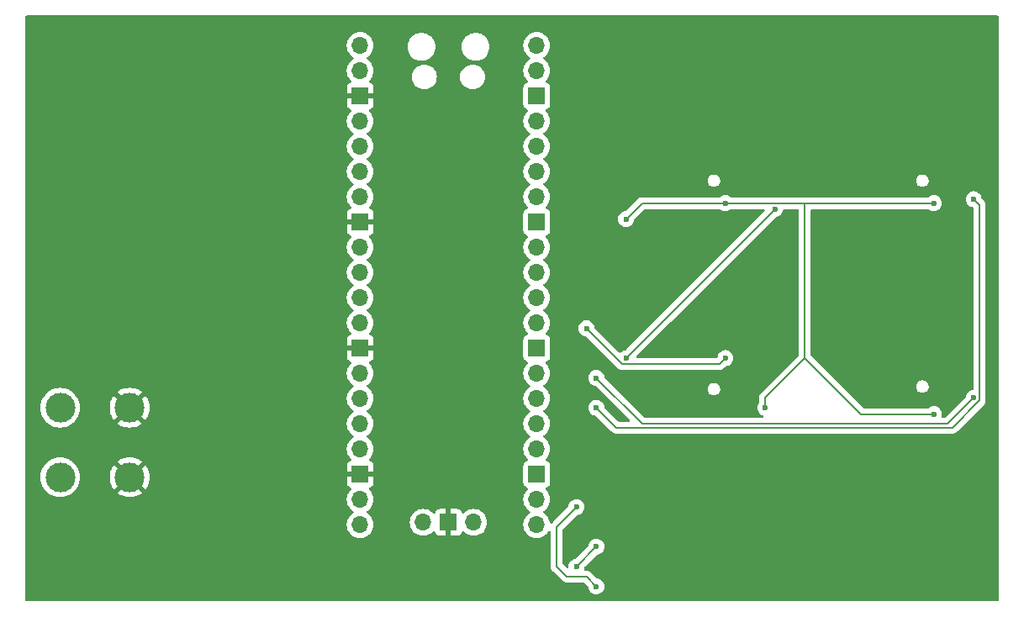
<source format=gbl>
G04 #@! TF.GenerationSoftware,KiCad,Pcbnew,8.0.8*
G04 #@! TF.CreationDate,2025-04-19T00:37:25+02:00*
G04 #@! TF.ProjectId,noise_reduction_microphone,6e6f6973-655f-4726-9564-756374696f6e,rev?*
G04 #@! TF.SameCoordinates,Original*
G04 #@! TF.FileFunction,Copper,L2,Bot*
G04 #@! TF.FilePolarity,Positive*
%FSLAX46Y46*%
G04 Gerber Fmt 4.6, Leading zero omitted, Abs format (unit mm)*
G04 Created by KiCad (PCBNEW 8.0.8) date 2025-04-19 00:37:25*
%MOMM*%
%LPD*%
G01*
G04 APERTURE LIST*
G04 #@! TA.AperFunction,ComponentPad*
%ADD10C,3.000000*%
G04 #@! TD*
G04 #@! TA.AperFunction,ComponentPad*
%ADD11O,1.700000X1.700000*%
G04 #@! TD*
G04 #@! TA.AperFunction,ComponentPad*
%ADD12R,1.700000X1.700000*%
G04 #@! TD*
G04 #@! TA.AperFunction,ViaPad*
%ADD13C,0.600000*%
G04 #@! TD*
G04 #@! TA.AperFunction,Conductor*
%ADD14C,0.200000*%
G04 #@! TD*
G04 APERTURE END LIST*
D10*
G04 #@! TO.P,J4,1,Pin_1*
G04 #@! TO.N,GND*
X86000000Y-121000000D03*
G04 #@! TD*
G04 #@! TO.P,J3,1,Pin_1*
G04 #@! TO.N,GND*
X86000000Y-114000000D03*
G04 #@! TD*
G04 #@! TO.P,J2,1,Pin_1*
G04 #@! TO.N,AUDIO_R*
X79000000Y-114000000D03*
G04 #@! TD*
G04 #@! TO.P,J1,1,Pin_1*
G04 #@! TO.N,AUDIO_L*
X79000000Y-121000000D03*
G04 #@! TD*
D11*
G04 #@! TO.P,U2,1,GPIO0*
G04 #@! TO.N,unconnected-(U2-GPIO0-Pad1)*
X109220000Y-77520000D03*
G04 #@! TO.P,U2,2,GPIO1*
G04 #@! TO.N,unconnected-(U2-GPIO1-Pad2)*
X109220000Y-80060000D03*
D12*
G04 #@! TO.P,U2,3,GND*
G04 #@! TO.N,GND*
X109220000Y-82600000D03*
D11*
G04 #@! TO.P,U2,4,GPIO2*
G04 #@! TO.N,unconnected-(U2-GPIO2-Pad4)*
X109220000Y-85140000D03*
G04 #@! TO.P,U2,5,GPIO3*
G04 #@! TO.N,unconnected-(U2-GPIO3-Pad5)*
X109220000Y-87680000D03*
G04 #@! TO.P,U2,6,GPIO4*
G04 #@! TO.N,unconnected-(U2-GPIO4-Pad6)*
X109220000Y-90220000D03*
G04 #@! TO.P,U2,7,GPIO5*
G04 #@! TO.N,unconnected-(U2-GPIO5-Pad7)*
X109220000Y-92760000D03*
D12*
G04 #@! TO.P,U2,8,GND*
G04 #@! TO.N,GND*
X109220000Y-95300000D03*
D11*
G04 #@! TO.P,U2,9,GPIO6*
G04 #@! TO.N,unconnected-(U2-GPIO6-Pad9)*
X109220000Y-97840000D03*
G04 #@! TO.P,U2,10,GPIO7*
G04 #@! TO.N,unconnected-(U2-GPIO7-Pad10)*
X109220000Y-100380000D03*
G04 #@! TO.P,U2,11,GPIO8*
G04 #@! TO.N,unconnected-(U2-GPIO8-Pad11)*
X109220000Y-102920000D03*
G04 #@! TO.P,U2,12,GPIO9*
G04 #@! TO.N,unconnected-(U2-GPIO9-Pad12)*
X109220000Y-105460000D03*
D12*
G04 #@! TO.P,U2,13,GND*
G04 #@! TO.N,GND*
X109220000Y-108000000D03*
D11*
G04 #@! TO.P,U2,14,GPIO10*
G04 #@! TO.N,unconnected-(U2-GPIO10-Pad14)*
X109220000Y-110540000D03*
G04 #@! TO.P,U2,15,GPIO11*
G04 #@! TO.N,unconnected-(U2-GPIO11-Pad15)*
X109220000Y-113080000D03*
G04 #@! TO.P,U2,16,GPIO12*
G04 #@! TO.N,unconnected-(U2-GPIO12-Pad16)*
X109220000Y-115620000D03*
G04 #@! TO.P,U2,17,GPIO13*
G04 #@! TO.N,unconnected-(U2-GPIO13-Pad17)*
X109220000Y-118160000D03*
D12*
G04 #@! TO.P,U2,18,GND*
G04 #@! TO.N,GND*
X109220000Y-120700000D03*
D11*
G04 #@! TO.P,U2,19,GPIO14*
G04 #@! TO.N,unconnected-(U2-GPIO14-Pad19)*
X109220000Y-123240000D03*
G04 #@! TO.P,U2,20,GPIO15*
G04 #@! TO.N,unconnected-(U2-GPIO15-Pad20)*
X109220000Y-125780000D03*
G04 #@! TO.P,U2,21,GPIO16*
G04 #@! TO.N,WS*
X127000000Y-125780000D03*
G04 #@! TO.P,U2,22,GPIO17*
G04 #@! TO.N,BCLK*
X127000000Y-123240000D03*
D12*
G04 #@! TO.P,U2,23,GND*
G04 #@! TO.N,unconnected-(U2-GND-Pad23)*
X127000000Y-120700000D03*
D11*
G04 #@! TO.P,U2,24,GPIO18*
G04 #@! TO.N,DAC_DIN*
X127000000Y-118160000D03*
G04 #@! TO.P,U2,25,GPIO19*
G04 #@! TO.N,MIC1_DOUT*
X127000000Y-115620000D03*
G04 #@! TO.P,U2,26,GPIO20*
G04 #@! TO.N,MIC2_DOUT*
X127000000Y-113080000D03*
G04 #@! TO.P,U2,27,GPIO21*
G04 #@! TO.N,MIC3_DOUT*
X127000000Y-110540000D03*
D12*
G04 #@! TO.P,U2,28,GND*
G04 #@! TO.N,unconnected-(U2-GND-Pad28)*
X127000000Y-108000000D03*
D11*
G04 #@! TO.P,U2,29,GPIO22*
G04 #@! TO.N,MIC4_DOUT*
X127000000Y-105460000D03*
G04 #@! TO.P,U2,30,RUN*
G04 #@! TO.N,unconnected-(U2-RUN-Pad30)*
X127000000Y-102920000D03*
G04 #@! TO.P,U2,31,GPIO26_ADC0*
G04 #@! TO.N,unconnected-(U2-GPIO26_ADC0-Pad31)*
X127000000Y-100380000D03*
G04 #@! TO.P,U2,32,GPIO27_ADC1*
G04 #@! TO.N,unconnected-(U2-GPIO27_ADC1-Pad32)*
X127000000Y-97840000D03*
D12*
G04 #@! TO.P,U2,33,AGND*
G04 #@! TO.N,unconnected-(U2-AGND-Pad33)*
X127000000Y-95300000D03*
D11*
G04 #@! TO.P,U2,34,GPIO28_ADC2*
G04 #@! TO.N,unconnected-(U2-GPIO28_ADC2-Pad34)*
X127000000Y-92760000D03*
G04 #@! TO.P,U2,35,ADC_VREF*
G04 #@! TO.N,unconnected-(U2-ADC_VREF-Pad35)*
X127000000Y-90220000D03*
G04 #@! TO.P,U2,36,3V3*
G04 #@! TO.N,+3.3V*
X127000000Y-87680000D03*
G04 #@! TO.P,U2,37,3V3_EN*
G04 #@! TO.N,unconnected-(U2-3V3_EN-Pad37)*
X127000000Y-85140000D03*
D12*
G04 #@! TO.P,U2,38,GND*
G04 #@! TO.N,unconnected-(U2-GND-Pad38)*
X127000000Y-82600000D03*
D11*
G04 #@! TO.P,U2,39,VSYS*
G04 #@! TO.N,unconnected-(U2-VSYS-Pad39)*
X127000000Y-80060000D03*
G04 #@! TO.P,U2,40,VBUS*
G04 #@! TO.N,unconnected-(U2-VBUS-Pad40)*
X127000000Y-77520000D03*
G04 #@! TO.P,U2,41,SWCLK*
G04 #@! TO.N,unconnected-(U2-SWCLK-Pad41)*
X115570000Y-125550000D03*
D12*
G04 #@! TO.P,U2,42,GND*
G04 #@! TO.N,GND*
X118110000Y-125550000D03*
D11*
G04 #@! TO.P,U2,43,SWDIO*
G04 #@! TO.N,unconnected-(U2-SWDIO-Pad43)*
X120650000Y-125550000D03*
G04 #@! TD*
D13*
G04 #@! TO.N,GND*
X165000000Y-112000000D03*
X144000000Y-112000000D03*
X165000000Y-91000000D03*
X144000000Y-91000000D03*
X160000000Y-119000000D03*
X161000000Y-121000000D03*
X168000000Y-103000000D03*
X168000000Y-106000000D03*
X163000000Y-110000000D03*
X149000000Y-113000000D03*
X91000000Y-93000000D03*
X95000000Y-91000000D03*
X100000000Y-103000000D03*
X95000000Y-103000000D03*
X88000000Y-102000000D03*
X89000000Y-98000000D03*
X93000000Y-98000000D03*
X121000000Y-109000000D03*
X122000000Y-100000000D03*
X115000000Y-98000000D03*
X116000000Y-104000000D03*
X115000000Y-113000000D03*
X119000000Y-113000000D03*
X86000000Y-94000000D03*
X98000000Y-89000000D03*
X98000000Y-78000000D03*
X83000000Y-83000000D03*
X84000000Y-79000000D03*
X81000000Y-76000000D03*
X94000000Y-128000000D03*
X133000000Y-120000000D03*
X165000000Y-120000000D03*
X144000000Y-121000000D03*
X145000000Y-129000000D03*
X135000000Y-101000000D03*
X142000000Y-99000000D03*
X142000000Y-80000000D03*
X153000000Y-83000000D03*
X161000000Y-85000000D03*
X160000000Y-91000000D03*
X162000000Y-97000000D03*
X161000000Y-105000000D03*
X162000000Y-111000000D03*
G04 #@! TO.N,+3.3V*
X150000000Y-114000000D03*
X167000000Y-114644475D03*
X167000000Y-93400000D03*
X146000000Y-93400000D03*
X136000000Y-95000000D03*
G04 #@! TO.N,MIC1_DOUT*
X136000000Y-109000000D03*
G04 #@! TO.N,MIC4_DOUT*
X132000000Y-106000000D03*
G04 #@! TO.N,MIC3_DOUT*
X133000000Y-111000000D03*
G04 #@! TO.N,MIC2_DOUT*
X133000000Y-114000000D03*
G04 #@! TO.N,MIC1_DOUT*
X151000000Y-94000000D03*
G04 #@! TO.N,MIC2_DOUT*
X171000000Y-93000000D03*
G04 #@! TO.N,MIC4_DOUT*
X146000000Y-109000000D03*
G04 #@! TO.N,MIC3_DOUT*
X171000000Y-113000000D03*
G04 #@! TO.N,WS*
X131000000Y-130000000D03*
X133000000Y-128000000D03*
G04 #@! TO.N,BCLK*
X131000000Y-124000000D03*
X133000000Y-132000000D03*
G04 #@! TD*
D14*
G04 #@! TO.N,+3.3V*
X167000000Y-114644475D02*
X167001530Y-114644475D01*
X150000000Y-113000000D02*
X150000000Y-114000000D01*
X154000000Y-109000000D02*
X150000000Y-113000000D01*
G04 #@! TO.N,MIC4_DOUT*
X146000000Y-109000000D02*
X145400000Y-109600000D01*
X145400000Y-109600000D02*
X135600000Y-109600000D01*
X135600000Y-109600000D02*
X132000000Y-106000000D01*
G04 #@! TO.N,+3.3V*
X159644475Y-114644475D02*
X167000000Y-114644475D01*
X158500000Y-113500000D02*
X159644475Y-114644475D01*
X154000000Y-93400000D02*
X167000000Y-93400000D01*
X146000000Y-93400000D02*
X154000000Y-93400000D01*
X154000000Y-109000000D02*
X158500000Y-113500000D01*
X154000000Y-93400000D02*
X154000000Y-109000000D01*
X137600000Y-93400000D02*
X146000000Y-93400000D01*
X136000000Y-95000000D02*
X137600000Y-93400000D01*
G04 #@! TO.N,MIC2_DOUT*
X135000000Y-116000000D02*
X133000000Y-114000000D01*
X168848529Y-116000000D02*
X135000000Y-116000000D01*
X171600000Y-113248529D02*
X168848529Y-116000000D01*
X171600000Y-93600000D02*
X171600000Y-113248529D01*
X171000000Y-93000000D02*
X171600000Y-93600000D01*
G04 #@! TO.N,MIC3_DOUT*
X137600000Y-115600000D02*
X133000000Y-111000000D01*
X168400000Y-115600000D02*
X137600000Y-115600000D01*
X171000000Y-113000000D02*
X168400000Y-115600000D01*
G04 #@! TO.N,MIC1_DOUT*
X151000000Y-94000000D02*
X136000000Y-109000000D01*
G04 #@! TO.N,WS*
X133000000Y-128000000D02*
X131000000Y-130000000D01*
G04 #@! TO.N,BCLK*
X129000000Y-126000000D02*
X129000000Y-130000000D01*
X132000000Y-131000000D02*
X133000000Y-132000000D01*
X131000000Y-124000000D02*
X129000000Y-126000000D01*
X129000000Y-130000000D02*
X130000000Y-131000000D01*
X130000000Y-131000000D02*
X132000000Y-131000000D01*
G04 #@! TD*
G04 #@! TA.AperFunction,Conductor*
G04 #@! TO.N,GND*
G36*
X173442539Y-74520185D02*
G01*
X173488294Y-74572989D01*
X173499500Y-74624500D01*
X173499500Y-133375500D01*
X173479815Y-133442539D01*
X173427011Y-133488294D01*
X173375500Y-133499500D01*
X75624500Y-133499500D01*
X75557461Y-133479815D01*
X75511706Y-133427011D01*
X75500500Y-133375500D01*
X75500500Y-120999998D01*
X76994390Y-120999998D01*
X76994390Y-121000001D01*
X77014804Y-121285433D01*
X77075628Y-121565037D01*
X77075630Y-121565043D01*
X77075631Y-121565046D01*
X77160403Y-121792328D01*
X77175635Y-121833166D01*
X77312770Y-122084309D01*
X77312775Y-122084317D01*
X77484254Y-122313387D01*
X77484270Y-122313405D01*
X77686594Y-122515729D01*
X77686612Y-122515745D01*
X77915682Y-122687224D01*
X77915690Y-122687229D01*
X78166833Y-122824364D01*
X78166832Y-122824364D01*
X78166836Y-122824365D01*
X78166839Y-122824367D01*
X78434954Y-122924369D01*
X78434960Y-122924370D01*
X78434962Y-122924371D01*
X78714566Y-122985195D01*
X78714568Y-122985195D01*
X78714572Y-122985196D01*
X78968220Y-123003337D01*
X78999999Y-123005610D01*
X79000000Y-123005610D01*
X79000001Y-123005610D01*
X79028595Y-123003564D01*
X79285428Y-122985196D01*
X79565046Y-122924369D01*
X79833161Y-122824367D01*
X80084315Y-122687226D01*
X80313395Y-122515739D01*
X80515739Y-122313395D01*
X80687226Y-122084315D01*
X80824367Y-121833161D01*
X80924369Y-121565046D01*
X80985196Y-121285428D01*
X81005610Y-121000000D01*
X81005610Y-120999998D01*
X83994891Y-120999998D01*
X83994891Y-121000001D01*
X84015300Y-121285362D01*
X84076109Y-121564895D01*
X84176091Y-121832958D01*
X84313191Y-122084038D01*
X84313196Y-122084046D01*
X84419882Y-122226562D01*
X84419883Y-122226563D01*
X85137426Y-121509020D01*
X85223249Y-121637463D01*
X85362537Y-121776751D01*
X85490978Y-121862573D01*
X84773435Y-122580115D01*
X84773436Y-122580116D01*
X84915953Y-122686803D01*
X84915961Y-122686808D01*
X85167042Y-122823908D01*
X85167041Y-122823908D01*
X85435104Y-122923890D01*
X85714637Y-122984699D01*
X85999999Y-123005109D01*
X86000001Y-123005109D01*
X86285362Y-122984699D01*
X86564895Y-122923890D01*
X86832958Y-122823908D01*
X87084038Y-122686808D01*
X87084039Y-122686807D01*
X87226563Y-122580115D01*
X86509020Y-121862573D01*
X86637463Y-121776751D01*
X86776751Y-121637463D01*
X86862573Y-121509020D01*
X87580115Y-122226563D01*
X87686807Y-122084039D01*
X87686808Y-122084038D01*
X87823908Y-121832958D01*
X87923890Y-121564895D01*
X87984699Y-121285362D01*
X88005109Y-121000001D01*
X88005109Y-120999998D01*
X87984699Y-120714637D01*
X87923890Y-120435104D01*
X87823908Y-120167041D01*
X87686808Y-119915961D01*
X87686803Y-119915953D01*
X87580116Y-119773436D01*
X87580115Y-119773435D01*
X86862572Y-120490978D01*
X86776751Y-120362537D01*
X86637463Y-120223249D01*
X86509020Y-120137425D01*
X87226563Y-119419883D01*
X87226562Y-119419882D01*
X87084046Y-119313196D01*
X87084038Y-119313191D01*
X86832957Y-119176091D01*
X86832958Y-119176091D01*
X86564895Y-119076109D01*
X86285362Y-119015300D01*
X86000001Y-118994891D01*
X85999999Y-118994891D01*
X85714637Y-119015300D01*
X85435104Y-119076109D01*
X85167041Y-119176091D01*
X84915961Y-119313191D01*
X84915953Y-119313196D01*
X84773435Y-119419882D01*
X85490979Y-120137426D01*
X85362537Y-120223249D01*
X85223249Y-120362537D01*
X85137426Y-120490979D01*
X84419882Y-119773435D01*
X84313196Y-119915953D01*
X84313191Y-119915961D01*
X84176091Y-120167041D01*
X84076109Y-120435104D01*
X84015300Y-120714637D01*
X83994891Y-120999998D01*
X81005610Y-120999998D01*
X80985196Y-120714572D01*
X80939203Y-120503147D01*
X80924371Y-120434962D01*
X80924370Y-120434960D01*
X80924369Y-120434954D01*
X80824367Y-120166839D01*
X80795411Y-120113811D01*
X80687229Y-119915690D01*
X80687224Y-119915682D01*
X80515745Y-119686612D01*
X80515729Y-119686594D01*
X80313405Y-119484270D01*
X80313387Y-119484254D01*
X80084317Y-119312775D01*
X80084309Y-119312770D01*
X79833166Y-119175635D01*
X79833167Y-119175635D01*
X79725915Y-119135632D01*
X79565046Y-119075631D01*
X79565043Y-119075630D01*
X79565037Y-119075628D01*
X79285433Y-119014804D01*
X79000001Y-118994390D01*
X78999999Y-118994390D01*
X78714566Y-119014804D01*
X78434962Y-119075628D01*
X78166833Y-119175635D01*
X77915690Y-119312770D01*
X77915682Y-119312775D01*
X77686612Y-119484254D01*
X77686594Y-119484270D01*
X77484270Y-119686594D01*
X77484254Y-119686612D01*
X77312775Y-119915682D01*
X77312770Y-119915690D01*
X77175635Y-120166833D01*
X77075628Y-120434962D01*
X77014804Y-120714566D01*
X76994390Y-120999998D01*
X75500500Y-120999998D01*
X75500500Y-113999998D01*
X76994390Y-113999998D01*
X76994390Y-114000001D01*
X77014804Y-114285433D01*
X77075628Y-114565037D01*
X77075630Y-114565043D01*
X77075631Y-114565046D01*
X77172118Y-114823736D01*
X77175635Y-114833166D01*
X77312770Y-115084309D01*
X77312775Y-115084317D01*
X77484254Y-115313387D01*
X77484270Y-115313405D01*
X77686594Y-115515729D01*
X77686612Y-115515745D01*
X77915682Y-115687224D01*
X77915690Y-115687229D01*
X78166833Y-115824364D01*
X78166832Y-115824364D01*
X78166836Y-115824365D01*
X78166839Y-115824367D01*
X78434954Y-115924369D01*
X78434960Y-115924370D01*
X78434962Y-115924371D01*
X78714566Y-115985195D01*
X78714568Y-115985195D01*
X78714572Y-115985196D01*
X78968220Y-116003337D01*
X78999999Y-116005610D01*
X79000000Y-116005610D01*
X79000001Y-116005610D01*
X79028595Y-116003564D01*
X79285428Y-115985196D01*
X79565046Y-115924369D01*
X79833161Y-115824367D01*
X80084315Y-115687226D01*
X80313395Y-115515739D01*
X80515739Y-115313395D01*
X80687226Y-115084315D01*
X80824367Y-114833161D01*
X80924369Y-114565046D01*
X80985196Y-114285428D01*
X81005610Y-114000000D01*
X81005610Y-113999998D01*
X83994891Y-113999998D01*
X83994891Y-114000001D01*
X84015300Y-114285362D01*
X84076109Y-114564895D01*
X84176091Y-114832958D01*
X84313191Y-115084038D01*
X84313196Y-115084046D01*
X84419882Y-115226562D01*
X84419883Y-115226563D01*
X85137426Y-114509020D01*
X85223249Y-114637463D01*
X85362537Y-114776751D01*
X85490978Y-114862573D01*
X84773435Y-115580115D01*
X84773436Y-115580116D01*
X84915953Y-115686803D01*
X84915961Y-115686808D01*
X85167042Y-115823908D01*
X85167041Y-115823908D01*
X85435104Y-115923890D01*
X85714637Y-115984699D01*
X85999999Y-116005109D01*
X86000001Y-116005109D01*
X86285362Y-115984699D01*
X86564895Y-115923890D01*
X86832958Y-115823908D01*
X87084038Y-115686808D01*
X87084039Y-115686807D01*
X87226563Y-115580115D01*
X86509020Y-114862573D01*
X86637463Y-114776751D01*
X86776751Y-114637463D01*
X86862573Y-114509020D01*
X87580115Y-115226563D01*
X87686807Y-115084039D01*
X87686808Y-115084038D01*
X87823908Y-114832958D01*
X87923890Y-114564895D01*
X87984699Y-114285362D01*
X88005109Y-114000001D01*
X88005109Y-113999998D01*
X87984699Y-113714637D01*
X87923890Y-113435104D01*
X87823908Y-113167041D01*
X87686808Y-112915961D01*
X87686803Y-112915953D01*
X87580116Y-112773436D01*
X87580115Y-112773435D01*
X86862572Y-113490978D01*
X86776751Y-113362537D01*
X86637463Y-113223249D01*
X86509020Y-113137425D01*
X87226563Y-112419883D01*
X87226562Y-112419882D01*
X87084046Y-112313196D01*
X87084038Y-112313191D01*
X86832957Y-112176091D01*
X86832958Y-112176091D01*
X86564895Y-112076109D01*
X86285362Y-112015300D01*
X86000001Y-111994891D01*
X85999999Y-111994891D01*
X85714637Y-112015300D01*
X85435104Y-112076109D01*
X85167041Y-112176091D01*
X84915961Y-112313191D01*
X84915953Y-112313196D01*
X84773435Y-112419882D01*
X85490979Y-113137426D01*
X85362537Y-113223249D01*
X85223249Y-113362537D01*
X85137426Y-113490979D01*
X84419882Y-112773435D01*
X84313196Y-112915953D01*
X84313191Y-112915961D01*
X84176091Y-113167041D01*
X84076109Y-113435104D01*
X84015300Y-113714637D01*
X83994891Y-113999998D01*
X81005610Y-113999998D01*
X80985196Y-113714572D01*
X80971253Y-113650478D01*
X80924371Y-113434962D01*
X80924370Y-113434960D01*
X80924369Y-113434954D01*
X80824367Y-113166839D01*
X80795411Y-113113811D01*
X80687229Y-112915690D01*
X80687224Y-112915682D01*
X80515745Y-112686612D01*
X80515729Y-112686594D01*
X80313405Y-112484270D01*
X80313387Y-112484254D01*
X80084317Y-112312775D01*
X80084309Y-112312770D01*
X79833166Y-112175635D01*
X79833167Y-112175635D01*
X79725915Y-112135632D01*
X79565046Y-112075631D01*
X79565043Y-112075630D01*
X79565037Y-112075628D01*
X79285433Y-112014804D01*
X79000001Y-111994390D01*
X78999999Y-111994390D01*
X78714566Y-112014804D01*
X78434962Y-112075628D01*
X78166833Y-112175635D01*
X77915690Y-112312770D01*
X77915682Y-112312775D01*
X77686612Y-112484254D01*
X77686594Y-112484270D01*
X77484270Y-112686594D01*
X77484254Y-112686612D01*
X77312775Y-112915682D01*
X77312770Y-112915690D01*
X77175635Y-113166833D01*
X77075628Y-113434962D01*
X77014804Y-113714566D01*
X76994390Y-113999998D01*
X75500500Y-113999998D01*
X75500500Y-77519999D01*
X107864341Y-77519999D01*
X107864341Y-77520000D01*
X107884936Y-77755403D01*
X107884938Y-77755413D01*
X107946094Y-77983655D01*
X107946096Y-77983659D01*
X107946097Y-77983663D01*
X108003284Y-78106300D01*
X108045965Y-78197830D01*
X108045967Y-78197834D01*
X108181501Y-78391395D01*
X108181506Y-78391402D01*
X108348597Y-78558493D01*
X108348603Y-78558498D01*
X108534158Y-78688425D01*
X108577783Y-78743002D01*
X108584977Y-78812500D01*
X108553454Y-78874855D01*
X108534158Y-78891575D01*
X108348597Y-79021505D01*
X108181505Y-79188597D01*
X108045965Y-79382169D01*
X108045964Y-79382171D01*
X107946098Y-79596335D01*
X107946094Y-79596344D01*
X107884938Y-79824586D01*
X107884936Y-79824596D01*
X107864341Y-80059999D01*
X107864341Y-80060000D01*
X107884936Y-80295403D01*
X107884938Y-80295413D01*
X107946094Y-80523655D01*
X107946096Y-80523659D01*
X107946097Y-80523663D01*
X108018997Y-80679997D01*
X108045965Y-80737830D01*
X108045967Y-80737834D01*
X108154281Y-80892521D01*
X108181501Y-80931396D01*
X108181506Y-80931402D01*
X108303818Y-81053714D01*
X108337303Y-81115037D01*
X108332319Y-81184729D01*
X108290447Y-81240662D01*
X108259471Y-81257577D01*
X108127912Y-81306646D01*
X108127906Y-81306649D01*
X108012812Y-81392809D01*
X108012809Y-81392812D01*
X107926649Y-81507906D01*
X107926645Y-81507913D01*
X107876403Y-81642620D01*
X107876401Y-81642627D01*
X107870000Y-81702155D01*
X107870000Y-82350000D01*
X108775440Y-82350000D01*
X108744755Y-82403147D01*
X108710000Y-82532857D01*
X108710000Y-82667143D01*
X108744755Y-82796853D01*
X108775440Y-82850000D01*
X107870000Y-82850000D01*
X107870000Y-83497844D01*
X107876401Y-83557372D01*
X107876403Y-83557379D01*
X107926645Y-83692086D01*
X107926649Y-83692093D01*
X108012809Y-83807187D01*
X108012812Y-83807190D01*
X108127906Y-83893350D01*
X108127913Y-83893354D01*
X108259470Y-83942421D01*
X108315403Y-83984292D01*
X108339821Y-84049756D01*
X108324970Y-84118029D01*
X108303819Y-84146284D01*
X108181503Y-84268600D01*
X108045965Y-84462169D01*
X108045964Y-84462171D01*
X107946098Y-84676335D01*
X107946094Y-84676344D01*
X107884938Y-84904586D01*
X107884936Y-84904596D01*
X107864341Y-85139999D01*
X107864341Y-85140000D01*
X107884936Y-85375403D01*
X107884938Y-85375413D01*
X107946094Y-85603655D01*
X107946096Y-85603659D01*
X107946097Y-85603663D01*
X108045965Y-85817830D01*
X108045967Y-85817834D01*
X108181501Y-86011395D01*
X108181506Y-86011402D01*
X108348597Y-86178493D01*
X108348603Y-86178498D01*
X108534158Y-86308425D01*
X108577783Y-86363002D01*
X108584977Y-86432500D01*
X108553454Y-86494855D01*
X108534158Y-86511575D01*
X108348597Y-86641505D01*
X108181505Y-86808597D01*
X108045965Y-87002169D01*
X108045964Y-87002171D01*
X107946098Y-87216335D01*
X107946094Y-87216344D01*
X107884938Y-87444586D01*
X107884936Y-87444596D01*
X107864341Y-87679999D01*
X107864341Y-87680000D01*
X107884936Y-87915403D01*
X107884938Y-87915413D01*
X107946094Y-88143655D01*
X107946096Y-88143659D01*
X107946097Y-88143663D01*
X108045965Y-88357830D01*
X108045967Y-88357834D01*
X108181501Y-88551395D01*
X108181506Y-88551402D01*
X108348597Y-88718493D01*
X108348603Y-88718498D01*
X108534158Y-88848425D01*
X108577783Y-88903002D01*
X108584977Y-88972500D01*
X108553454Y-89034855D01*
X108534158Y-89051575D01*
X108348597Y-89181505D01*
X108181505Y-89348597D01*
X108045965Y-89542169D01*
X108045964Y-89542171D01*
X107946098Y-89756335D01*
X107946094Y-89756344D01*
X107884938Y-89984586D01*
X107884936Y-89984596D01*
X107864341Y-90219999D01*
X107864341Y-90220000D01*
X107884936Y-90455403D01*
X107884938Y-90455413D01*
X107946094Y-90683655D01*
X107946096Y-90683659D01*
X107946097Y-90683663D01*
X108016064Y-90833707D01*
X108045965Y-90897830D01*
X108045967Y-90897834D01*
X108181501Y-91091395D01*
X108181506Y-91091402D01*
X108348597Y-91258493D01*
X108348603Y-91258498D01*
X108534158Y-91388425D01*
X108577783Y-91443002D01*
X108584977Y-91512500D01*
X108553454Y-91574855D01*
X108534158Y-91591575D01*
X108348597Y-91721505D01*
X108181505Y-91888597D01*
X108045965Y-92082169D01*
X108045964Y-92082171D01*
X107946098Y-92296335D01*
X107946094Y-92296344D01*
X107884938Y-92524586D01*
X107884936Y-92524596D01*
X107864341Y-92759999D01*
X107864341Y-92760000D01*
X107884936Y-92995403D01*
X107884938Y-92995413D01*
X107946094Y-93223655D01*
X107946096Y-93223659D01*
X107946097Y-93223663D01*
X108013503Y-93368215D01*
X108045965Y-93437830D01*
X108045967Y-93437834D01*
X108144988Y-93579249D01*
X108181501Y-93631396D01*
X108181506Y-93631402D01*
X108303818Y-93753714D01*
X108337303Y-93815037D01*
X108332319Y-93884729D01*
X108290447Y-93940662D01*
X108259471Y-93957577D01*
X108127912Y-94006646D01*
X108127906Y-94006649D01*
X108012812Y-94092809D01*
X108012809Y-94092812D01*
X107926649Y-94207906D01*
X107926645Y-94207913D01*
X107876403Y-94342620D01*
X107876401Y-94342627D01*
X107870000Y-94402155D01*
X107870000Y-95050000D01*
X108775440Y-95050000D01*
X108744755Y-95103147D01*
X108710000Y-95232857D01*
X108710000Y-95367143D01*
X108744755Y-95496853D01*
X108775440Y-95550000D01*
X107870000Y-95550000D01*
X107870000Y-96197844D01*
X107876401Y-96257372D01*
X107876403Y-96257379D01*
X107926645Y-96392086D01*
X107926649Y-96392093D01*
X108012809Y-96507187D01*
X108012812Y-96507190D01*
X108127906Y-96593350D01*
X108127913Y-96593354D01*
X108259470Y-96642421D01*
X108315403Y-96684292D01*
X108339821Y-96749756D01*
X108324970Y-96818029D01*
X108303819Y-96846284D01*
X108181503Y-96968600D01*
X108045965Y-97162169D01*
X108045964Y-97162171D01*
X107946098Y-97376335D01*
X107946094Y-97376344D01*
X107884938Y-97604586D01*
X107884936Y-97604596D01*
X107864341Y-97839999D01*
X107864341Y-97840000D01*
X107884936Y-98075403D01*
X107884938Y-98075413D01*
X107946094Y-98303655D01*
X107946096Y-98303659D01*
X107946097Y-98303663D01*
X108045965Y-98517830D01*
X108045967Y-98517834D01*
X108181501Y-98711395D01*
X108181506Y-98711402D01*
X108348597Y-98878493D01*
X108348603Y-98878498D01*
X108534158Y-99008425D01*
X108577783Y-99063002D01*
X108584977Y-99132500D01*
X108553454Y-99194855D01*
X108534158Y-99211575D01*
X108348597Y-99341505D01*
X108181505Y-99508597D01*
X108045965Y-99702169D01*
X108045964Y-99702171D01*
X107946098Y-99916335D01*
X107946094Y-99916344D01*
X107884938Y-100144586D01*
X107884936Y-100144596D01*
X107864341Y-100379999D01*
X107864341Y-100380000D01*
X107884936Y-100615403D01*
X107884938Y-100615413D01*
X107946094Y-100843655D01*
X107946096Y-100843659D01*
X107946097Y-100843663D01*
X108045965Y-101057830D01*
X108045967Y-101057834D01*
X108181501Y-101251395D01*
X108181506Y-101251402D01*
X108348597Y-101418493D01*
X108348603Y-101418498D01*
X108534158Y-101548425D01*
X108577783Y-101603002D01*
X108584977Y-101672500D01*
X108553454Y-101734855D01*
X108534158Y-101751575D01*
X108348597Y-101881505D01*
X108181505Y-102048597D01*
X108045965Y-102242169D01*
X108045964Y-102242171D01*
X107946098Y-102456335D01*
X107946094Y-102456344D01*
X107884938Y-102684586D01*
X107884936Y-102684596D01*
X107864341Y-102919999D01*
X107864341Y-102920000D01*
X107884936Y-103155403D01*
X107884938Y-103155413D01*
X107946094Y-103383655D01*
X107946096Y-103383659D01*
X107946097Y-103383663D01*
X108045965Y-103597830D01*
X108045967Y-103597834D01*
X108181501Y-103791395D01*
X108181506Y-103791402D01*
X108348597Y-103958493D01*
X108348603Y-103958498D01*
X108534158Y-104088425D01*
X108577783Y-104143002D01*
X108584977Y-104212500D01*
X108553454Y-104274855D01*
X108534158Y-104291575D01*
X108348597Y-104421505D01*
X108181505Y-104588597D01*
X108045965Y-104782169D01*
X108045964Y-104782171D01*
X107946098Y-104996335D01*
X107946094Y-104996344D01*
X107884938Y-105224586D01*
X107884936Y-105224596D01*
X107864341Y-105459999D01*
X107864341Y-105460000D01*
X107884936Y-105695403D01*
X107884938Y-105695413D01*
X107946094Y-105923655D01*
X107946096Y-105923659D01*
X107946097Y-105923663D01*
X107958744Y-105950784D01*
X108045965Y-106137830D01*
X108045967Y-106137834D01*
X108074970Y-106179254D01*
X108181501Y-106331396D01*
X108181506Y-106331402D01*
X108303818Y-106453714D01*
X108337303Y-106515037D01*
X108332319Y-106584729D01*
X108290447Y-106640662D01*
X108259471Y-106657577D01*
X108127912Y-106706646D01*
X108127906Y-106706649D01*
X108012812Y-106792809D01*
X108012809Y-106792812D01*
X107926649Y-106907906D01*
X107926645Y-106907913D01*
X107876403Y-107042620D01*
X107876401Y-107042627D01*
X107870000Y-107102155D01*
X107870000Y-107750000D01*
X108775440Y-107750000D01*
X108744755Y-107803147D01*
X108710000Y-107932857D01*
X108710000Y-108067143D01*
X108744755Y-108196853D01*
X108775440Y-108250000D01*
X107870000Y-108250000D01*
X107870000Y-108897844D01*
X107876401Y-108957372D01*
X107876403Y-108957379D01*
X107926645Y-109092086D01*
X107926649Y-109092093D01*
X108012809Y-109207187D01*
X108012812Y-109207190D01*
X108127906Y-109293350D01*
X108127913Y-109293354D01*
X108259470Y-109342421D01*
X108315403Y-109384292D01*
X108339821Y-109449756D01*
X108324970Y-109518029D01*
X108303819Y-109546284D01*
X108181503Y-109668600D01*
X108045965Y-109862169D01*
X108045964Y-109862171D01*
X107946098Y-110076335D01*
X107946094Y-110076344D01*
X107884938Y-110304586D01*
X107884936Y-110304596D01*
X107864341Y-110539999D01*
X107864341Y-110540000D01*
X107884936Y-110775403D01*
X107884938Y-110775413D01*
X107946094Y-111003655D01*
X107946096Y-111003659D01*
X107946097Y-111003663D01*
X108027974Y-111179249D01*
X108045965Y-111217830D01*
X108045967Y-111217834D01*
X108181501Y-111411395D01*
X108181506Y-111411402D01*
X108348597Y-111578493D01*
X108348603Y-111578498D01*
X108534158Y-111708425D01*
X108577783Y-111763002D01*
X108584977Y-111832500D01*
X108553454Y-111894855D01*
X108534158Y-111911575D01*
X108348597Y-112041505D01*
X108181505Y-112208597D01*
X108045965Y-112402169D01*
X108045964Y-112402171D01*
X107946098Y-112616335D01*
X107946094Y-112616344D01*
X107884938Y-112844586D01*
X107884936Y-112844596D01*
X107864341Y-113079999D01*
X107864341Y-113080000D01*
X107884936Y-113315403D01*
X107884938Y-113315413D01*
X107946094Y-113543655D01*
X107946096Y-113543659D01*
X107946097Y-113543663D01*
X108025824Y-113714637D01*
X108045965Y-113757830D01*
X108045967Y-113757834D01*
X108181501Y-113951395D01*
X108181506Y-113951402D01*
X108348597Y-114118493D01*
X108348603Y-114118498D01*
X108534158Y-114248425D01*
X108577783Y-114303002D01*
X108584977Y-114372500D01*
X108553454Y-114434855D01*
X108534158Y-114451575D01*
X108348597Y-114581505D01*
X108181505Y-114748597D01*
X108045965Y-114942169D01*
X108045964Y-114942171D01*
X107946098Y-115156335D01*
X107946094Y-115156344D01*
X107884938Y-115384586D01*
X107884936Y-115384596D01*
X107864341Y-115619999D01*
X107864341Y-115620000D01*
X107884936Y-115855403D01*
X107884938Y-115855413D01*
X107946094Y-116083655D01*
X107946096Y-116083659D01*
X107946097Y-116083663D01*
X108045965Y-116297830D01*
X108045967Y-116297834D01*
X108181501Y-116491395D01*
X108181506Y-116491402D01*
X108348597Y-116658493D01*
X108348603Y-116658498D01*
X108534158Y-116788425D01*
X108577783Y-116843002D01*
X108584977Y-116912500D01*
X108553454Y-116974855D01*
X108534158Y-116991575D01*
X108348597Y-117121505D01*
X108181505Y-117288597D01*
X108045965Y-117482169D01*
X108045964Y-117482171D01*
X107946098Y-117696335D01*
X107946094Y-117696344D01*
X107884938Y-117924586D01*
X107884936Y-117924596D01*
X107864341Y-118159999D01*
X107864341Y-118160000D01*
X107884936Y-118395403D01*
X107884938Y-118395413D01*
X107946094Y-118623655D01*
X107946096Y-118623659D01*
X107946097Y-118623663D01*
X108045965Y-118837830D01*
X108045967Y-118837834D01*
X108154281Y-118992521D01*
X108181501Y-119031396D01*
X108181506Y-119031402D01*
X108303818Y-119153714D01*
X108337303Y-119215037D01*
X108332319Y-119284729D01*
X108290447Y-119340662D01*
X108259471Y-119357577D01*
X108127912Y-119406646D01*
X108127906Y-119406649D01*
X108012812Y-119492809D01*
X108012809Y-119492812D01*
X107926649Y-119607906D01*
X107926645Y-119607913D01*
X107876403Y-119742620D01*
X107876401Y-119742627D01*
X107870000Y-119802155D01*
X107870000Y-120450000D01*
X108775440Y-120450000D01*
X108744755Y-120503147D01*
X108710000Y-120632857D01*
X108710000Y-120767143D01*
X108744755Y-120896853D01*
X108775440Y-120950000D01*
X107870000Y-120950000D01*
X107870000Y-121597844D01*
X107876401Y-121657372D01*
X107876403Y-121657379D01*
X107926645Y-121792086D01*
X107926649Y-121792093D01*
X108012809Y-121907187D01*
X108012812Y-121907190D01*
X108127906Y-121993350D01*
X108127913Y-121993354D01*
X108259470Y-122042421D01*
X108315403Y-122084292D01*
X108339821Y-122149756D01*
X108324970Y-122218029D01*
X108303819Y-122246284D01*
X108181503Y-122368600D01*
X108045965Y-122562169D01*
X108045964Y-122562171D01*
X107946098Y-122776335D01*
X107946094Y-122776344D01*
X107884938Y-123004586D01*
X107884936Y-123004596D01*
X107864341Y-123239999D01*
X107864341Y-123240000D01*
X107884936Y-123475403D01*
X107884938Y-123475413D01*
X107946094Y-123703655D01*
X107946096Y-123703659D01*
X107946097Y-123703663D01*
X108000696Y-123820750D01*
X108045965Y-123917830D01*
X108045967Y-123917834D01*
X108181501Y-124111395D01*
X108181506Y-124111402D01*
X108348597Y-124278493D01*
X108348603Y-124278498D01*
X108534158Y-124408425D01*
X108577783Y-124463002D01*
X108584977Y-124532500D01*
X108553454Y-124594855D01*
X108534158Y-124611575D01*
X108348597Y-124741505D01*
X108181505Y-124908597D01*
X108045965Y-125102169D01*
X108045964Y-125102171D01*
X107946098Y-125316335D01*
X107946094Y-125316344D01*
X107884938Y-125544586D01*
X107884936Y-125544596D01*
X107864341Y-125779999D01*
X107864341Y-125780000D01*
X107884936Y-126015403D01*
X107884938Y-126015413D01*
X107946094Y-126243655D01*
X107946096Y-126243659D01*
X107946097Y-126243663D01*
X108028975Y-126421395D01*
X108045965Y-126457830D01*
X108045967Y-126457834D01*
X108137456Y-126588493D01*
X108181505Y-126651401D01*
X108348599Y-126818495D01*
X108443665Y-126885061D01*
X108542165Y-126954032D01*
X108542167Y-126954033D01*
X108542170Y-126954035D01*
X108756337Y-127053903D01*
X108984592Y-127115063D01*
X109172918Y-127131539D01*
X109219999Y-127135659D01*
X109220000Y-127135659D01*
X109220001Y-127135659D01*
X109259234Y-127132226D01*
X109455408Y-127115063D01*
X109683663Y-127053903D01*
X109897830Y-126954035D01*
X110091401Y-126818495D01*
X110258495Y-126651401D01*
X110394035Y-126457830D01*
X110493903Y-126243663D01*
X110555063Y-126015408D01*
X110575659Y-125780000D01*
X110555536Y-125549999D01*
X114214341Y-125549999D01*
X114214341Y-125550000D01*
X114234936Y-125785403D01*
X114234938Y-125785413D01*
X114296094Y-126013655D01*
X114296096Y-126013659D01*
X114296097Y-126013663D01*
X114388777Y-126212415D01*
X114395965Y-126227830D01*
X114395967Y-126227834D01*
X114446566Y-126300096D01*
X114531505Y-126421401D01*
X114698599Y-126588495D01*
X114775135Y-126642086D01*
X114892165Y-126724032D01*
X114892167Y-126724033D01*
X114892170Y-126724035D01*
X115106337Y-126823903D01*
X115334592Y-126885063D01*
X115505319Y-126900000D01*
X115569999Y-126905659D01*
X115570000Y-126905659D01*
X115570001Y-126905659D01*
X115634681Y-126900000D01*
X115805408Y-126885063D01*
X116033663Y-126823903D01*
X116247830Y-126724035D01*
X116441401Y-126588495D01*
X116563717Y-126466178D01*
X116625036Y-126432696D01*
X116694728Y-126437680D01*
X116750662Y-126479551D01*
X116767577Y-126510528D01*
X116816646Y-126642088D01*
X116816649Y-126642093D01*
X116902809Y-126757187D01*
X116902812Y-126757190D01*
X117017906Y-126843350D01*
X117017913Y-126843354D01*
X117152620Y-126893596D01*
X117152627Y-126893598D01*
X117212155Y-126899999D01*
X117212172Y-126900000D01*
X117860000Y-126900000D01*
X117860000Y-125994560D01*
X117913147Y-126025245D01*
X118042857Y-126060000D01*
X118177143Y-126060000D01*
X118306853Y-126025245D01*
X118360000Y-125994560D01*
X118360000Y-126900000D01*
X119007828Y-126900000D01*
X119007844Y-126899999D01*
X119067372Y-126893598D01*
X119067379Y-126893596D01*
X119202086Y-126843354D01*
X119202093Y-126843350D01*
X119317187Y-126757190D01*
X119317190Y-126757187D01*
X119403350Y-126642093D01*
X119403354Y-126642086D01*
X119452422Y-126510529D01*
X119494293Y-126454595D01*
X119559757Y-126430178D01*
X119628030Y-126445030D01*
X119656285Y-126466181D01*
X119778599Y-126588495D01*
X119855135Y-126642086D01*
X119972165Y-126724032D01*
X119972167Y-126724033D01*
X119972170Y-126724035D01*
X120186337Y-126823903D01*
X120414592Y-126885063D01*
X120585319Y-126900000D01*
X120649999Y-126905659D01*
X120650000Y-126905659D01*
X120650001Y-126905659D01*
X120714681Y-126900000D01*
X120885408Y-126885063D01*
X121113663Y-126823903D01*
X121327830Y-126724035D01*
X121521401Y-126588495D01*
X121688495Y-126421401D01*
X121824035Y-126227830D01*
X121923903Y-126013663D01*
X121985063Y-125785408D01*
X122005659Y-125550000D01*
X121985063Y-125314592D01*
X121923903Y-125086337D01*
X121824035Y-124872171D01*
X121771551Y-124797215D01*
X121688494Y-124678597D01*
X121521402Y-124511506D01*
X121521395Y-124511501D01*
X121519251Y-124510000D01*
X121444854Y-124457906D01*
X121327834Y-124375967D01*
X121327830Y-124375965D01*
X121256727Y-124342809D01*
X121113663Y-124276097D01*
X121113659Y-124276096D01*
X121113655Y-124276094D01*
X120885413Y-124214938D01*
X120885403Y-124214936D01*
X120650001Y-124194341D01*
X120649999Y-124194341D01*
X120414596Y-124214936D01*
X120414586Y-124214938D01*
X120186344Y-124276094D01*
X120186335Y-124276098D01*
X119972171Y-124375964D01*
X119972169Y-124375965D01*
X119778600Y-124511503D01*
X119656284Y-124633819D01*
X119594961Y-124667303D01*
X119525269Y-124662319D01*
X119469336Y-124620447D01*
X119452421Y-124589470D01*
X119403354Y-124457913D01*
X119403350Y-124457906D01*
X119317190Y-124342812D01*
X119317187Y-124342809D01*
X119202093Y-124256649D01*
X119202086Y-124256645D01*
X119067379Y-124206403D01*
X119067372Y-124206401D01*
X119007844Y-124200000D01*
X118360000Y-124200000D01*
X118360000Y-125105439D01*
X118306853Y-125074755D01*
X118177143Y-125040000D01*
X118042857Y-125040000D01*
X117913147Y-125074755D01*
X117860000Y-125105439D01*
X117860000Y-124200000D01*
X117212155Y-124200000D01*
X117152627Y-124206401D01*
X117152620Y-124206403D01*
X117017913Y-124256645D01*
X117017906Y-124256649D01*
X116902812Y-124342809D01*
X116902809Y-124342812D01*
X116816649Y-124457906D01*
X116816645Y-124457913D01*
X116767578Y-124589470D01*
X116725707Y-124645404D01*
X116660242Y-124669821D01*
X116591969Y-124654969D01*
X116563715Y-124633819D01*
X116519366Y-124589470D01*
X116441401Y-124511505D01*
X116441397Y-124511502D01*
X116441396Y-124511501D01*
X116247834Y-124375967D01*
X116247830Y-124375965D01*
X116176727Y-124342809D01*
X116033663Y-124276097D01*
X116033659Y-124276096D01*
X116033655Y-124276094D01*
X115805413Y-124214938D01*
X115805403Y-124214936D01*
X115570001Y-124194341D01*
X115569999Y-124194341D01*
X115334596Y-124214936D01*
X115334586Y-124214938D01*
X115106344Y-124276094D01*
X115106335Y-124276098D01*
X114892171Y-124375964D01*
X114892169Y-124375965D01*
X114698597Y-124511505D01*
X114531505Y-124678597D01*
X114395965Y-124872169D01*
X114395964Y-124872171D01*
X114296098Y-125086335D01*
X114296094Y-125086344D01*
X114234938Y-125314586D01*
X114234936Y-125314596D01*
X114214341Y-125549999D01*
X110555536Y-125549999D01*
X110555063Y-125544592D01*
X110493903Y-125316337D01*
X110394035Y-125102171D01*
X110374839Y-125074755D01*
X110258494Y-124908597D01*
X110091402Y-124741506D01*
X110091396Y-124741501D01*
X109905842Y-124611575D01*
X109862217Y-124556998D01*
X109855023Y-124487500D01*
X109886546Y-124425145D01*
X109905842Y-124408425D01*
X109952197Y-124375967D01*
X110091401Y-124278495D01*
X110258495Y-124111401D01*
X110394035Y-123917830D01*
X110493903Y-123703663D01*
X110555063Y-123475408D01*
X110575659Y-123240000D01*
X110555063Y-123004592D01*
X110493903Y-122776337D01*
X110394035Y-122562171D01*
X110361527Y-122515745D01*
X110258496Y-122368600D01*
X110203283Y-122313387D01*
X110136179Y-122246283D01*
X110102696Y-122184963D01*
X110107680Y-122115271D01*
X110149551Y-122059337D01*
X110180529Y-122042422D01*
X110312086Y-121993354D01*
X110312093Y-121993350D01*
X110427187Y-121907190D01*
X110427190Y-121907187D01*
X110513350Y-121792093D01*
X110513354Y-121792086D01*
X110563596Y-121657379D01*
X110563598Y-121657372D01*
X110569999Y-121597844D01*
X110570000Y-121597827D01*
X110570000Y-120950000D01*
X109664560Y-120950000D01*
X109695245Y-120896853D01*
X109730000Y-120767143D01*
X109730000Y-120632857D01*
X109695245Y-120503147D01*
X109664560Y-120450000D01*
X110570000Y-120450000D01*
X110570000Y-119802172D01*
X110569999Y-119802155D01*
X110563598Y-119742627D01*
X110563596Y-119742620D01*
X110513354Y-119607913D01*
X110513350Y-119607906D01*
X110427190Y-119492812D01*
X110427187Y-119492809D01*
X110312093Y-119406649D01*
X110312088Y-119406646D01*
X110180528Y-119357577D01*
X110124595Y-119315705D01*
X110100178Y-119250241D01*
X110115030Y-119181968D01*
X110136175Y-119153720D01*
X110258495Y-119031401D01*
X110394035Y-118837830D01*
X110493903Y-118623663D01*
X110555063Y-118395408D01*
X110575659Y-118160000D01*
X110555063Y-117924592D01*
X110493903Y-117696337D01*
X110394035Y-117482171D01*
X110258495Y-117288599D01*
X110258494Y-117288597D01*
X110091402Y-117121506D01*
X110091396Y-117121501D01*
X109905842Y-116991575D01*
X109862217Y-116936998D01*
X109855023Y-116867500D01*
X109886546Y-116805145D01*
X109905842Y-116788425D01*
X109928026Y-116772891D01*
X110091401Y-116658495D01*
X110258495Y-116491401D01*
X110394035Y-116297830D01*
X110493903Y-116083663D01*
X110555063Y-115855408D01*
X110575659Y-115620000D01*
X110555063Y-115384592D01*
X110508626Y-115211285D01*
X110493905Y-115156344D01*
X110493904Y-115156343D01*
X110493903Y-115156337D01*
X110394035Y-114942171D01*
X110387400Y-114932694D01*
X110258494Y-114748597D01*
X110091402Y-114581506D01*
X110091396Y-114581501D01*
X109905842Y-114451575D01*
X109862217Y-114396998D01*
X109855023Y-114327500D01*
X109886546Y-114265145D01*
X109905842Y-114248425D01*
X109928026Y-114232891D01*
X110091401Y-114118495D01*
X110258495Y-113951401D01*
X110394035Y-113757830D01*
X110493903Y-113543663D01*
X110555063Y-113315408D01*
X110575659Y-113080000D01*
X110575576Y-113079057D01*
X110561283Y-112915685D01*
X110555063Y-112844592D01*
X110497908Y-112631284D01*
X110493905Y-112616344D01*
X110493904Y-112616343D01*
X110493903Y-112616337D01*
X110394035Y-112402171D01*
X110361607Y-112355858D01*
X110258494Y-112208597D01*
X110091402Y-112041506D01*
X110091396Y-112041501D01*
X109905842Y-111911575D01*
X109862217Y-111856998D01*
X109855023Y-111787500D01*
X109886546Y-111725145D01*
X109905842Y-111708425D01*
X109935662Y-111687545D01*
X110091401Y-111578495D01*
X110258495Y-111411401D01*
X110394035Y-111217830D01*
X110493903Y-111003663D01*
X110555063Y-110775408D01*
X110575659Y-110540000D01*
X110555063Y-110304592D01*
X110493903Y-110076337D01*
X110394035Y-109862171D01*
X110384977Y-109849235D01*
X110258496Y-109668600D01*
X110219711Y-109629815D01*
X110136179Y-109546283D01*
X110102696Y-109484963D01*
X110107680Y-109415271D01*
X110149551Y-109359337D01*
X110180529Y-109342422D01*
X110312086Y-109293354D01*
X110312093Y-109293350D01*
X110427187Y-109207190D01*
X110427190Y-109207187D01*
X110513350Y-109092093D01*
X110513354Y-109092086D01*
X110563596Y-108957379D01*
X110563598Y-108957372D01*
X110569999Y-108897844D01*
X110570000Y-108897827D01*
X110570000Y-108250000D01*
X109664560Y-108250000D01*
X109695245Y-108196853D01*
X109730000Y-108067143D01*
X109730000Y-107932857D01*
X109695245Y-107803147D01*
X109664560Y-107750000D01*
X110570000Y-107750000D01*
X110570000Y-107102172D01*
X110569999Y-107102155D01*
X110563598Y-107042627D01*
X110563596Y-107042620D01*
X110513354Y-106907913D01*
X110513350Y-106907906D01*
X110427190Y-106792812D01*
X110427187Y-106792809D01*
X110312093Y-106706649D01*
X110312088Y-106706646D01*
X110180528Y-106657577D01*
X110124595Y-106615705D01*
X110100178Y-106550241D01*
X110115030Y-106481968D01*
X110136175Y-106453720D01*
X110258495Y-106331401D01*
X110394035Y-106137830D01*
X110493903Y-105923663D01*
X110555063Y-105695408D01*
X110575659Y-105460000D01*
X110555063Y-105224592D01*
X110493903Y-104996337D01*
X110394035Y-104782171D01*
X110258495Y-104588599D01*
X110258494Y-104588597D01*
X110091402Y-104421506D01*
X110091396Y-104421501D01*
X109905842Y-104291575D01*
X109862217Y-104236998D01*
X109855023Y-104167500D01*
X109886546Y-104105145D01*
X109905842Y-104088425D01*
X109928026Y-104072891D01*
X110091401Y-103958495D01*
X110258495Y-103791401D01*
X110394035Y-103597830D01*
X110493903Y-103383663D01*
X110555063Y-103155408D01*
X110575659Y-102920000D01*
X110555063Y-102684592D01*
X110493903Y-102456337D01*
X110394035Y-102242171D01*
X110258495Y-102048599D01*
X110258494Y-102048597D01*
X110091402Y-101881506D01*
X110091396Y-101881501D01*
X109905842Y-101751575D01*
X109862217Y-101696998D01*
X109855023Y-101627500D01*
X109886546Y-101565145D01*
X109905842Y-101548425D01*
X109928026Y-101532891D01*
X110091401Y-101418495D01*
X110258495Y-101251401D01*
X110394035Y-101057830D01*
X110493903Y-100843663D01*
X110555063Y-100615408D01*
X110575659Y-100380000D01*
X110555063Y-100144592D01*
X110493903Y-99916337D01*
X110394035Y-99702171D01*
X110258495Y-99508599D01*
X110258494Y-99508597D01*
X110091402Y-99341506D01*
X110091396Y-99341501D01*
X109905842Y-99211575D01*
X109862217Y-99156998D01*
X109855023Y-99087500D01*
X109886546Y-99025145D01*
X109905842Y-99008425D01*
X109928026Y-98992891D01*
X110091401Y-98878495D01*
X110258495Y-98711401D01*
X110394035Y-98517830D01*
X110493903Y-98303663D01*
X110555063Y-98075408D01*
X110575659Y-97840000D01*
X110555063Y-97604592D01*
X110493903Y-97376337D01*
X110394035Y-97162171D01*
X110258495Y-96968599D01*
X110136179Y-96846283D01*
X110102696Y-96784963D01*
X110107680Y-96715271D01*
X110149551Y-96659337D01*
X110180529Y-96642422D01*
X110312086Y-96593354D01*
X110312093Y-96593350D01*
X110427187Y-96507190D01*
X110427190Y-96507187D01*
X110513350Y-96392093D01*
X110513354Y-96392086D01*
X110563596Y-96257379D01*
X110563598Y-96257372D01*
X110569999Y-96197844D01*
X110570000Y-96197827D01*
X110570000Y-95550000D01*
X109664560Y-95550000D01*
X109695245Y-95496853D01*
X109730000Y-95367143D01*
X109730000Y-95232857D01*
X109695245Y-95103147D01*
X109664560Y-95050000D01*
X110570000Y-95050000D01*
X110570000Y-94402172D01*
X110569999Y-94402155D01*
X110563598Y-94342627D01*
X110563596Y-94342620D01*
X110513354Y-94207913D01*
X110513350Y-94207906D01*
X110427190Y-94092812D01*
X110427187Y-94092809D01*
X110312093Y-94006649D01*
X110312088Y-94006646D01*
X110180528Y-93957577D01*
X110124595Y-93915705D01*
X110100178Y-93850241D01*
X110115030Y-93781968D01*
X110136175Y-93753720D01*
X110258495Y-93631401D01*
X110394035Y-93437830D01*
X110493903Y-93223663D01*
X110555063Y-92995408D01*
X110575659Y-92760000D01*
X110555063Y-92524592D01*
X110493903Y-92296337D01*
X110394035Y-92082171D01*
X110258495Y-91888599D01*
X110258494Y-91888597D01*
X110091402Y-91721506D01*
X110091396Y-91721501D01*
X109905842Y-91591575D01*
X109862217Y-91536998D01*
X109855023Y-91467500D01*
X109886546Y-91405145D01*
X109905842Y-91388425D01*
X109928026Y-91372891D01*
X110091401Y-91258495D01*
X110258495Y-91091401D01*
X110394035Y-90897830D01*
X110493903Y-90683663D01*
X110555063Y-90455408D01*
X110575659Y-90220000D01*
X110555063Y-89984592D01*
X110493903Y-89756337D01*
X110394035Y-89542171D01*
X110258495Y-89348599D01*
X110258494Y-89348597D01*
X110091402Y-89181506D01*
X110091396Y-89181501D01*
X109905842Y-89051575D01*
X109862217Y-88996998D01*
X109855023Y-88927500D01*
X109886546Y-88865145D01*
X109905842Y-88848425D01*
X109928026Y-88832891D01*
X110091401Y-88718495D01*
X110258495Y-88551401D01*
X110394035Y-88357830D01*
X110493903Y-88143663D01*
X110555063Y-87915408D01*
X110575659Y-87680000D01*
X110555063Y-87444592D01*
X110493903Y-87216337D01*
X110394035Y-87002171D01*
X110258495Y-86808599D01*
X110258494Y-86808597D01*
X110091402Y-86641506D01*
X110091396Y-86641501D01*
X109905842Y-86511575D01*
X109862217Y-86456998D01*
X109855023Y-86387500D01*
X109886546Y-86325145D01*
X109905842Y-86308425D01*
X109928026Y-86292891D01*
X110091401Y-86178495D01*
X110258495Y-86011401D01*
X110394035Y-85817830D01*
X110493903Y-85603663D01*
X110555063Y-85375408D01*
X110575659Y-85140000D01*
X110555063Y-84904592D01*
X110493903Y-84676337D01*
X110394035Y-84462171D01*
X110258495Y-84268599D01*
X110136179Y-84146283D01*
X110102696Y-84084963D01*
X110107680Y-84015271D01*
X110149551Y-83959337D01*
X110180529Y-83942422D01*
X110312086Y-83893354D01*
X110312093Y-83893350D01*
X110427187Y-83807190D01*
X110427190Y-83807187D01*
X110513350Y-83692093D01*
X110513354Y-83692086D01*
X110563596Y-83557379D01*
X110563598Y-83557372D01*
X110569999Y-83497844D01*
X110570000Y-83497827D01*
X110570000Y-82850000D01*
X109664560Y-82850000D01*
X109695245Y-82796853D01*
X109730000Y-82667143D01*
X109730000Y-82532857D01*
X109695245Y-82403147D01*
X109664560Y-82350000D01*
X110570000Y-82350000D01*
X110570000Y-81702172D01*
X110569999Y-81702155D01*
X110563598Y-81642627D01*
X110563596Y-81642620D01*
X110513354Y-81507913D01*
X110513350Y-81507906D01*
X110427190Y-81392812D01*
X110427187Y-81392809D01*
X110312093Y-81306649D01*
X110312088Y-81306646D01*
X110180528Y-81257577D01*
X110124595Y-81215705D01*
X110100178Y-81150241D01*
X110115030Y-81081968D01*
X110136175Y-81053720D01*
X110258495Y-80931401D01*
X110394035Y-80737830D01*
X110421003Y-80679997D01*
X114429723Y-80679997D01*
X114429723Y-80680002D01*
X114448793Y-80897975D01*
X114448793Y-80897979D01*
X114505422Y-81109322D01*
X114505424Y-81109326D01*
X114505425Y-81109330D01*
X114524321Y-81149853D01*
X114597897Y-81307638D01*
X114597898Y-81307639D01*
X114723402Y-81486877D01*
X114878123Y-81641598D01*
X115057361Y-81767102D01*
X115255670Y-81859575D01*
X115467023Y-81916207D01*
X115649926Y-81932208D01*
X115684998Y-81935277D01*
X115685000Y-81935277D01*
X115685002Y-81935277D01*
X115713254Y-81932805D01*
X115902977Y-81916207D01*
X116114330Y-81859575D01*
X116312639Y-81767102D01*
X116491877Y-81641598D01*
X116646598Y-81486877D01*
X116772102Y-81307639D01*
X116864575Y-81109330D01*
X116921207Y-80897977D01*
X116940277Y-80680000D01*
X116940277Y-80679997D01*
X119279723Y-80679997D01*
X119279723Y-80680002D01*
X119298793Y-80897975D01*
X119298793Y-80897979D01*
X119355422Y-81109322D01*
X119355424Y-81109326D01*
X119355425Y-81109330D01*
X119374321Y-81149853D01*
X119447897Y-81307638D01*
X119447898Y-81307639D01*
X119573402Y-81486877D01*
X119728123Y-81641598D01*
X119907361Y-81767102D01*
X120105670Y-81859575D01*
X120317023Y-81916207D01*
X120499926Y-81932208D01*
X120534998Y-81935277D01*
X120535000Y-81935277D01*
X120535002Y-81935277D01*
X120563254Y-81932805D01*
X120752977Y-81916207D01*
X120964330Y-81859575D01*
X121162639Y-81767102D01*
X121341877Y-81641598D01*
X121496598Y-81486877D01*
X121622102Y-81307639D01*
X121714575Y-81109330D01*
X121771207Y-80897977D01*
X121790277Y-80680000D01*
X121771207Y-80462023D01*
X121714575Y-80250670D01*
X121622102Y-80052362D01*
X121622100Y-80052359D01*
X121622099Y-80052357D01*
X121496599Y-79873124D01*
X121448061Y-79824586D01*
X121341877Y-79718402D01*
X121203978Y-79621844D01*
X121162638Y-79592897D01*
X121063484Y-79546661D01*
X120964330Y-79500425D01*
X120964326Y-79500424D01*
X120964322Y-79500422D01*
X120752977Y-79443793D01*
X120535002Y-79424723D01*
X120534998Y-79424723D01*
X120389682Y-79437436D01*
X120317023Y-79443793D01*
X120317020Y-79443793D01*
X120105677Y-79500422D01*
X120105668Y-79500426D01*
X119907361Y-79592898D01*
X119907357Y-79592900D01*
X119728121Y-79718402D01*
X119573402Y-79873121D01*
X119447900Y-80052357D01*
X119447898Y-80052361D01*
X119355426Y-80250668D01*
X119355422Y-80250677D01*
X119298793Y-80462020D01*
X119298793Y-80462024D01*
X119279723Y-80679997D01*
X116940277Y-80679997D01*
X116921207Y-80462023D01*
X116864575Y-80250670D01*
X116772102Y-80052362D01*
X116772100Y-80052359D01*
X116772099Y-80052357D01*
X116646599Y-79873124D01*
X116598061Y-79824586D01*
X116491877Y-79718402D01*
X116353978Y-79621844D01*
X116312638Y-79592897D01*
X116213484Y-79546661D01*
X116114330Y-79500425D01*
X116114326Y-79500424D01*
X116114322Y-79500422D01*
X115902977Y-79443793D01*
X115685002Y-79424723D01*
X115684998Y-79424723D01*
X115539682Y-79437436D01*
X115467023Y-79443793D01*
X115467020Y-79443793D01*
X115255677Y-79500422D01*
X115255668Y-79500426D01*
X115057361Y-79592898D01*
X115057357Y-79592900D01*
X114878121Y-79718402D01*
X114723402Y-79873121D01*
X114597900Y-80052357D01*
X114597898Y-80052361D01*
X114505426Y-80250668D01*
X114505422Y-80250677D01*
X114448793Y-80462020D01*
X114448793Y-80462024D01*
X114429723Y-80679997D01*
X110421003Y-80679997D01*
X110493903Y-80523663D01*
X110555063Y-80295408D01*
X110575659Y-80060000D01*
X110555063Y-79824592D01*
X110493903Y-79596337D01*
X110394035Y-79382171D01*
X110258495Y-79188599D01*
X110258494Y-79188597D01*
X110091402Y-79021506D01*
X110091396Y-79021501D01*
X109905842Y-78891575D01*
X109862217Y-78836998D01*
X109855023Y-78767500D01*
X109886546Y-78705145D01*
X109905842Y-78688425D01*
X109928026Y-78672891D01*
X110091401Y-78558495D01*
X110258495Y-78391401D01*
X110394035Y-78197830D01*
X110493903Y-77983663D01*
X110555063Y-77755408D01*
X110564286Y-77649993D01*
X113979700Y-77649993D01*
X113979700Y-77650006D01*
X113998864Y-77881297D01*
X113998866Y-77881308D01*
X114055842Y-78106300D01*
X114149075Y-78318848D01*
X114276016Y-78513147D01*
X114276019Y-78513151D01*
X114276021Y-78513153D01*
X114433216Y-78683913D01*
X114433219Y-78683915D01*
X114433222Y-78683918D01*
X114616365Y-78826464D01*
X114616371Y-78826468D01*
X114616374Y-78826470D01*
X114820497Y-78936936D01*
X114934487Y-78976068D01*
X115040015Y-79012297D01*
X115040017Y-79012297D01*
X115040019Y-79012298D01*
X115268951Y-79050500D01*
X115268952Y-79050500D01*
X115501048Y-79050500D01*
X115501049Y-79050500D01*
X115729981Y-79012298D01*
X115949503Y-78936936D01*
X116153626Y-78826470D01*
X116336784Y-78683913D01*
X116493979Y-78513153D01*
X116620924Y-78318849D01*
X116714157Y-78106300D01*
X116771134Y-77881305D01*
X116771135Y-77881297D01*
X116790300Y-77650006D01*
X116790300Y-77649993D01*
X119429700Y-77649993D01*
X119429700Y-77650006D01*
X119448864Y-77881297D01*
X119448866Y-77881308D01*
X119505842Y-78106300D01*
X119599075Y-78318848D01*
X119726016Y-78513147D01*
X119726019Y-78513151D01*
X119726021Y-78513153D01*
X119883216Y-78683913D01*
X119883219Y-78683915D01*
X119883222Y-78683918D01*
X120066365Y-78826464D01*
X120066371Y-78826468D01*
X120066374Y-78826470D01*
X120270497Y-78936936D01*
X120384487Y-78976068D01*
X120490015Y-79012297D01*
X120490017Y-79012297D01*
X120490019Y-79012298D01*
X120718951Y-79050500D01*
X120718952Y-79050500D01*
X120951048Y-79050500D01*
X120951049Y-79050500D01*
X121179981Y-79012298D01*
X121399503Y-78936936D01*
X121603626Y-78826470D01*
X121786784Y-78683913D01*
X121943979Y-78513153D01*
X122070924Y-78318849D01*
X122164157Y-78106300D01*
X122221134Y-77881305D01*
X122221135Y-77881297D01*
X122240300Y-77650006D01*
X122240300Y-77649993D01*
X122229529Y-77519999D01*
X125644341Y-77519999D01*
X125644341Y-77520000D01*
X125664936Y-77755403D01*
X125664938Y-77755413D01*
X125726094Y-77983655D01*
X125726096Y-77983659D01*
X125726097Y-77983663D01*
X125783284Y-78106300D01*
X125825965Y-78197830D01*
X125825967Y-78197834D01*
X125961501Y-78391395D01*
X125961506Y-78391402D01*
X126128597Y-78558493D01*
X126128603Y-78558498D01*
X126314158Y-78688425D01*
X126357783Y-78743002D01*
X126364977Y-78812500D01*
X126333454Y-78874855D01*
X126314158Y-78891575D01*
X126128597Y-79021505D01*
X125961505Y-79188597D01*
X125825965Y-79382169D01*
X125825964Y-79382171D01*
X125726098Y-79596335D01*
X125726094Y-79596344D01*
X125664938Y-79824586D01*
X125664936Y-79824596D01*
X125644341Y-80059999D01*
X125644341Y-80060000D01*
X125664936Y-80295403D01*
X125664938Y-80295413D01*
X125726094Y-80523655D01*
X125726096Y-80523659D01*
X125726097Y-80523663D01*
X125798997Y-80679997D01*
X125825965Y-80737830D01*
X125825967Y-80737834D01*
X125934281Y-80892521D01*
X125961501Y-80931396D01*
X125961506Y-80931402D01*
X126083430Y-81053326D01*
X126116915Y-81114649D01*
X126111931Y-81184341D01*
X126070059Y-81240274D01*
X126039083Y-81257189D01*
X125907669Y-81306203D01*
X125907664Y-81306206D01*
X125792455Y-81392452D01*
X125792452Y-81392455D01*
X125706206Y-81507664D01*
X125706202Y-81507671D01*
X125655908Y-81642517D01*
X125649501Y-81702116D01*
X125649501Y-81702123D01*
X125649500Y-81702135D01*
X125649500Y-83497870D01*
X125649501Y-83497876D01*
X125655908Y-83557483D01*
X125706202Y-83692328D01*
X125706206Y-83692335D01*
X125792452Y-83807544D01*
X125792455Y-83807547D01*
X125907664Y-83893793D01*
X125907671Y-83893797D01*
X126039081Y-83942810D01*
X126095015Y-83984681D01*
X126119432Y-84050145D01*
X126104580Y-84118418D01*
X126083430Y-84146673D01*
X125961503Y-84268600D01*
X125825965Y-84462169D01*
X125825964Y-84462171D01*
X125726098Y-84676335D01*
X125726094Y-84676344D01*
X125664938Y-84904586D01*
X125664936Y-84904596D01*
X125644341Y-85139999D01*
X125644341Y-85140000D01*
X125664936Y-85375403D01*
X125664938Y-85375413D01*
X125726094Y-85603655D01*
X125726096Y-85603659D01*
X125726097Y-85603663D01*
X125825965Y-85817830D01*
X125825967Y-85817834D01*
X125961501Y-86011395D01*
X125961506Y-86011402D01*
X126128597Y-86178493D01*
X126128603Y-86178498D01*
X126314158Y-86308425D01*
X126357783Y-86363002D01*
X126364977Y-86432500D01*
X126333454Y-86494855D01*
X126314158Y-86511575D01*
X126128597Y-86641505D01*
X125961505Y-86808597D01*
X125825965Y-87002169D01*
X125825964Y-87002171D01*
X125726098Y-87216335D01*
X125726094Y-87216344D01*
X125664938Y-87444586D01*
X125664936Y-87444596D01*
X125644341Y-87679999D01*
X125644341Y-87680000D01*
X125664936Y-87915403D01*
X125664938Y-87915413D01*
X125726094Y-88143655D01*
X125726096Y-88143659D01*
X125726097Y-88143663D01*
X125825965Y-88357830D01*
X125825967Y-88357834D01*
X125961501Y-88551395D01*
X125961506Y-88551402D01*
X126128597Y-88718493D01*
X126128603Y-88718498D01*
X126314158Y-88848425D01*
X126357783Y-88903002D01*
X126364977Y-88972500D01*
X126333454Y-89034855D01*
X126314158Y-89051575D01*
X126128597Y-89181505D01*
X125961505Y-89348597D01*
X125825965Y-89542169D01*
X125825964Y-89542171D01*
X125726098Y-89756335D01*
X125726094Y-89756344D01*
X125664938Y-89984586D01*
X125664936Y-89984596D01*
X125644341Y-90219999D01*
X125644341Y-90220000D01*
X125664936Y-90455403D01*
X125664938Y-90455413D01*
X125726094Y-90683655D01*
X125726096Y-90683659D01*
X125726097Y-90683663D01*
X125796064Y-90833707D01*
X125825965Y-90897830D01*
X125825967Y-90897834D01*
X125961501Y-91091395D01*
X125961506Y-91091402D01*
X126128597Y-91258493D01*
X126128603Y-91258498D01*
X126314158Y-91388425D01*
X126357783Y-91443002D01*
X126364977Y-91512500D01*
X126333454Y-91574855D01*
X126314158Y-91591575D01*
X126128597Y-91721505D01*
X125961505Y-91888597D01*
X125825965Y-92082169D01*
X125825964Y-92082171D01*
X125726098Y-92296335D01*
X125726094Y-92296344D01*
X125664938Y-92524586D01*
X125664936Y-92524596D01*
X125644341Y-92759999D01*
X125644341Y-92760000D01*
X125664936Y-92995403D01*
X125664938Y-92995413D01*
X125726094Y-93223655D01*
X125726096Y-93223659D01*
X125726097Y-93223663D01*
X125793503Y-93368215D01*
X125825965Y-93437830D01*
X125825967Y-93437834D01*
X125924988Y-93579249D01*
X125961501Y-93631396D01*
X125961506Y-93631402D01*
X126083430Y-93753326D01*
X126116915Y-93814649D01*
X126111931Y-93884341D01*
X126070059Y-93940274D01*
X126039083Y-93957189D01*
X125907669Y-94006203D01*
X125907664Y-94006206D01*
X125792455Y-94092452D01*
X125792452Y-94092455D01*
X125706206Y-94207664D01*
X125706202Y-94207671D01*
X125655908Y-94342517D01*
X125652934Y-94370184D01*
X125649501Y-94402123D01*
X125649500Y-94402135D01*
X125649500Y-96197870D01*
X125649501Y-96197876D01*
X125655908Y-96257483D01*
X125706202Y-96392328D01*
X125706206Y-96392335D01*
X125792452Y-96507544D01*
X125792455Y-96507547D01*
X125907664Y-96593793D01*
X125907671Y-96593797D01*
X126039081Y-96642810D01*
X126095015Y-96684681D01*
X126119432Y-96750145D01*
X126104580Y-96818418D01*
X126083430Y-96846673D01*
X125961503Y-96968600D01*
X125825965Y-97162169D01*
X125825964Y-97162171D01*
X125726098Y-97376335D01*
X125726094Y-97376344D01*
X125664938Y-97604586D01*
X125664936Y-97604596D01*
X125644341Y-97839999D01*
X125644341Y-97840000D01*
X125664936Y-98075403D01*
X125664938Y-98075413D01*
X125726094Y-98303655D01*
X125726096Y-98303659D01*
X125726097Y-98303663D01*
X125825965Y-98517830D01*
X125825967Y-98517834D01*
X125961501Y-98711395D01*
X125961506Y-98711402D01*
X126128597Y-98878493D01*
X126128603Y-98878498D01*
X126314158Y-99008425D01*
X126357783Y-99063002D01*
X126364977Y-99132500D01*
X126333454Y-99194855D01*
X126314158Y-99211575D01*
X126128597Y-99341505D01*
X125961505Y-99508597D01*
X125825965Y-99702169D01*
X125825964Y-99702171D01*
X125726098Y-99916335D01*
X125726094Y-99916344D01*
X125664938Y-100144586D01*
X125664936Y-100144596D01*
X125644341Y-100379999D01*
X125644341Y-100380000D01*
X125664936Y-100615403D01*
X125664938Y-100615413D01*
X125726094Y-100843655D01*
X125726096Y-100843659D01*
X125726097Y-100843663D01*
X125825965Y-101057830D01*
X125825967Y-101057834D01*
X125961501Y-101251395D01*
X125961506Y-101251402D01*
X126128597Y-101418493D01*
X126128603Y-101418498D01*
X126314158Y-101548425D01*
X126357783Y-101603002D01*
X126364977Y-101672500D01*
X126333454Y-101734855D01*
X126314158Y-101751575D01*
X126128597Y-101881505D01*
X125961505Y-102048597D01*
X125825965Y-102242169D01*
X125825964Y-102242171D01*
X125726098Y-102456335D01*
X125726094Y-102456344D01*
X125664938Y-102684586D01*
X125664936Y-102684596D01*
X125644341Y-102919999D01*
X125644341Y-102920000D01*
X125664936Y-103155403D01*
X125664938Y-103155413D01*
X125726094Y-103383655D01*
X125726096Y-103383659D01*
X125726097Y-103383663D01*
X125825965Y-103597830D01*
X125825967Y-103597834D01*
X125961501Y-103791395D01*
X125961506Y-103791402D01*
X126128597Y-103958493D01*
X126128603Y-103958498D01*
X126314158Y-104088425D01*
X126357783Y-104143002D01*
X126364977Y-104212500D01*
X126333454Y-104274855D01*
X126314158Y-104291575D01*
X126128597Y-104421505D01*
X125961505Y-104588597D01*
X125825965Y-104782169D01*
X125825964Y-104782171D01*
X125726098Y-104996335D01*
X125726094Y-104996344D01*
X125664938Y-105224586D01*
X125664936Y-105224596D01*
X125644341Y-105459999D01*
X125644341Y-105460000D01*
X125664936Y-105695403D01*
X125664938Y-105695413D01*
X125726094Y-105923655D01*
X125726096Y-105923659D01*
X125726097Y-105923663D01*
X125738744Y-105950784D01*
X125825965Y-106137830D01*
X125825967Y-106137834D01*
X125854970Y-106179254D01*
X125961501Y-106331396D01*
X125961506Y-106331402D01*
X126083430Y-106453326D01*
X126116915Y-106514649D01*
X126111931Y-106584341D01*
X126070059Y-106640274D01*
X126039083Y-106657189D01*
X125907669Y-106706203D01*
X125907664Y-106706206D01*
X125792455Y-106792452D01*
X125792452Y-106792455D01*
X125706206Y-106907664D01*
X125706202Y-106907671D01*
X125655908Y-107042517D01*
X125649501Y-107102116D01*
X125649501Y-107102123D01*
X125649500Y-107102135D01*
X125649500Y-108897870D01*
X125649501Y-108897876D01*
X125655908Y-108957483D01*
X125706202Y-109092328D01*
X125706206Y-109092335D01*
X125792452Y-109207544D01*
X125792455Y-109207547D01*
X125907664Y-109293793D01*
X125907671Y-109293797D01*
X126039081Y-109342810D01*
X126095015Y-109384681D01*
X126119432Y-109450145D01*
X126104580Y-109518418D01*
X126083430Y-109546673D01*
X125961503Y-109668600D01*
X125825965Y-109862169D01*
X125825964Y-109862171D01*
X125726098Y-110076335D01*
X125726094Y-110076344D01*
X125664938Y-110304586D01*
X125664936Y-110304596D01*
X125644341Y-110539999D01*
X125644341Y-110540000D01*
X125664936Y-110775403D01*
X125664938Y-110775413D01*
X125726094Y-111003655D01*
X125726096Y-111003659D01*
X125726097Y-111003663D01*
X125807974Y-111179249D01*
X125825965Y-111217830D01*
X125825967Y-111217834D01*
X125961501Y-111411395D01*
X125961506Y-111411402D01*
X126128597Y-111578493D01*
X126128603Y-111578498D01*
X126314158Y-111708425D01*
X126357783Y-111763002D01*
X126364977Y-111832500D01*
X126333454Y-111894855D01*
X126314158Y-111911575D01*
X126128597Y-112041505D01*
X125961505Y-112208597D01*
X125825965Y-112402169D01*
X125825964Y-112402171D01*
X125726098Y-112616335D01*
X125726094Y-112616344D01*
X125664938Y-112844586D01*
X125664936Y-112844596D01*
X125644341Y-113079999D01*
X125644341Y-113080000D01*
X125664936Y-113315403D01*
X125664938Y-113315413D01*
X125726094Y-113543655D01*
X125726096Y-113543659D01*
X125726097Y-113543663D01*
X125805824Y-113714637D01*
X125825965Y-113757830D01*
X125825967Y-113757834D01*
X125961501Y-113951395D01*
X125961506Y-113951402D01*
X126128597Y-114118493D01*
X126128603Y-114118498D01*
X126314158Y-114248425D01*
X126357783Y-114303002D01*
X126364977Y-114372500D01*
X126333454Y-114434855D01*
X126314158Y-114451575D01*
X126128597Y-114581505D01*
X125961505Y-114748597D01*
X125825965Y-114942169D01*
X125825964Y-114942171D01*
X125726098Y-115156335D01*
X125726094Y-115156344D01*
X125664938Y-115384586D01*
X125664936Y-115384596D01*
X125644341Y-115619999D01*
X125644341Y-115620000D01*
X125664936Y-115855403D01*
X125664938Y-115855413D01*
X125726094Y-116083655D01*
X125726096Y-116083659D01*
X125726097Y-116083663D01*
X125825965Y-116297830D01*
X125825967Y-116297834D01*
X125961501Y-116491395D01*
X125961506Y-116491402D01*
X126128597Y-116658493D01*
X126128603Y-116658498D01*
X126314158Y-116788425D01*
X126357783Y-116843002D01*
X126364977Y-116912500D01*
X126333454Y-116974855D01*
X126314158Y-116991575D01*
X126128597Y-117121505D01*
X125961505Y-117288597D01*
X125825965Y-117482169D01*
X125825964Y-117482171D01*
X125726098Y-117696335D01*
X125726094Y-117696344D01*
X125664938Y-117924586D01*
X125664936Y-117924596D01*
X125644341Y-118159999D01*
X125644341Y-118160000D01*
X125664936Y-118395403D01*
X125664938Y-118395413D01*
X125726094Y-118623655D01*
X125726096Y-118623659D01*
X125726097Y-118623663D01*
X125825965Y-118837830D01*
X125825967Y-118837834D01*
X125934281Y-118992521D01*
X125961501Y-119031396D01*
X125961506Y-119031402D01*
X126083430Y-119153326D01*
X126116915Y-119214649D01*
X126111931Y-119284341D01*
X126070059Y-119340274D01*
X126039083Y-119357189D01*
X125907669Y-119406203D01*
X125907664Y-119406206D01*
X125792455Y-119492452D01*
X125792452Y-119492455D01*
X125706206Y-119607664D01*
X125706202Y-119607671D01*
X125655908Y-119742517D01*
X125649501Y-119802116D01*
X125649501Y-119802123D01*
X125649500Y-119802135D01*
X125649500Y-121597870D01*
X125649501Y-121597876D01*
X125655908Y-121657483D01*
X125706202Y-121792328D01*
X125706206Y-121792335D01*
X125792452Y-121907544D01*
X125792455Y-121907547D01*
X125907664Y-121993793D01*
X125907671Y-121993797D01*
X126039081Y-122042810D01*
X126095015Y-122084681D01*
X126119432Y-122150145D01*
X126104580Y-122218418D01*
X126083430Y-122246673D01*
X125961503Y-122368600D01*
X125825965Y-122562169D01*
X125825964Y-122562171D01*
X125726098Y-122776335D01*
X125726094Y-122776344D01*
X125664938Y-123004586D01*
X125664936Y-123004596D01*
X125644341Y-123239999D01*
X125644341Y-123240000D01*
X125664936Y-123475403D01*
X125664938Y-123475413D01*
X125726094Y-123703655D01*
X125726096Y-123703659D01*
X125726097Y-123703663D01*
X125780696Y-123820750D01*
X125825965Y-123917830D01*
X125825967Y-123917834D01*
X125961501Y-124111395D01*
X125961506Y-124111402D01*
X126128597Y-124278493D01*
X126128603Y-124278498D01*
X126314158Y-124408425D01*
X126357783Y-124463002D01*
X126364977Y-124532500D01*
X126333454Y-124594855D01*
X126314158Y-124611575D01*
X126128597Y-124741505D01*
X125961505Y-124908597D01*
X125825965Y-125102169D01*
X125825964Y-125102171D01*
X125726098Y-125316335D01*
X125726094Y-125316344D01*
X125664938Y-125544586D01*
X125664936Y-125544596D01*
X125644341Y-125779999D01*
X125644341Y-125780000D01*
X125664936Y-126015403D01*
X125664938Y-126015413D01*
X125726094Y-126243655D01*
X125726096Y-126243659D01*
X125726097Y-126243663D01*
X125808975Y-126421395D01*
X125825965Y-126457830D01*
X125825967Y-126457834D01*
X125917456Y-126588493D01*
X125961505Y-126651401D01*
X126128599Y-126818495D01*
X126223665Y-126885061D01*
X126322165Y-126954032D01*
X126322167Y-126954033D01*
X126322170Y-126954035D01*
X126536337Y-127053903D01*
X126764592Y-127115063D01*
X126952918Y-127131539D01*
X126999999Y-127135659D01*
X127000000Y-127135659D01*
X127000001Y-127135659D01*
X127039234Y-127132226D01*
X127235408Y-127115063D01*
X127463663Y-127053903D01*
X127677830Y-126954035D01*
X127871401Y-126818495D01*
X128038495Y-126651401D01*
X128173925Y-126457986D01*
X128228502Y-126414362D01*
X128298000Y-126407168D01*
X128360355Y-126438691D01*
X128395769Y-126498921D01*
X128399500Y-126529110D01*
X128399500Y-129913330D01*
X128399499Y-129913348D01*
X128399499Y-130079054D01*
X128399498Y-130079054D01*
X128440423Y-130231785D01*
X128469358Y-130281900D01*
X128469359Y-130281904D01*
X128469360Y-130281904D01*
X128519479Y-130368714D01*
X128519481Y-130368717D01*
X128638349Y-130487585D01*
X128638354Y-130487589D01*
X129631284Y-131480520D01*
X129631286Y-131480521D01*
X129631290Y-131480524D01*
X129768209Y-131559573D01*
X129768216Y-131559577D01*
X129920943Y-131600501D01*
X129920945Y-131600501D01*
X130086654Y-131600501D01*
X130086670Y-131600500D01*
X131699903Y-131600500D01*
X131766942Y-131620185D01*
X131787584Y-131636819D01*
X132169298Y-132018533D01*
X132202783Y-132079856D01*
X132204837Y-132092330D01*
X132214630Y-132179249D01*
X132274210Y-132349521D01*
X132370184Y-132502262D01*
X132497738Y-132629816D01*
X132650478Y-132725789D01*
X132820745Y-132785368D01*
X132820750Y-132785369D01*
X132999996Y-132805565D01*
X133000000Y-132805565D01*
X133000004Y-132805565D01*
X133179249Y-132785369D01*
X133179252Y-132785368D01*
X133179255Y-132785368D01*
X133349522Y-132725789D01*
X133502262Y-132629816D01*
X133629816Y-132502262D01*
X133725789Y-132349522D01*
X133785368Y-132179255D01*
X133795162Y-132092330D01*
X133805565Y-132000003D01*
X133805565Y-131999996D01*
X133785369Y-131820750D01*
X133785368Y-131820745D01*
X133725788Y-131650476D01*
X133668671Y-131559576D01*
X133629816Y-131497738D01*
X133502262Y-131370184D01*
X133349521Y-131274210D01*
X133179249Y-131214630D01*
X133092330Y-131204837D01*
X133027916Y-131177770D01*
X133018533Y-131169298D01*
X132487590Y-130638355D01*
X132487588Y-130638352D01*
X132368717Y-130519481D01*
X132368716Y-130519480D01*
X132281904Y-130469360D01*
X132281904Y-130469359D01*
X132281900Y-130469358D01*
X132231785Y-130440423D01*
X132079057Y-130399499D01*
X131920943Y-130399499D01*
X131913347Y-130399499D01*
X131913331Y-130399500D01*
X131883063Y-130399500D01*
X131816024Y-130379815D01*
X131770269Y-130327011D01*
X131760325Y-130257853D01*
X131766021Y-130234546D01*
X131768655Y-130227017D01*
X131785368Y-130179255D01*
X131795161Y-130092329D01*
X131822226Y-130027918D01*
X131830690Y-130018543D01*
X133018535Y-128830698D01*
X133079856Y-128797215D01*
X133092311Y-128795163D01*
X133179255Y-128785368D01*
X133349522Y-128725789D01*
X133502262Y-128629816D01*
X133629816Y-128502262D01*
X133725789Y-128349522D01*
X133785368Y-128179255D01*
X133805565Y-128000000D01*
X133802419Y-127972082D01*
X133785369Y-127820750D01*
X133785368Y-127820745D01*
X133725788Y-127650476D01*
X133629815Y-127497737D01*
X133502262Y-127370184D01*
X133349523Y-127274211D01*
X133179254Y-127214631D01*
X133179249Y-127214630D01*
X133000004Y-127194435D01*
X132999996Y-127194435D01*
X132820750Y-127214630D01*
X132820745Y-127214631D01*
X132650476Y-127274211D01*
X132497737Y-127370184D01*
X132370184Y-127497737D01*
X132274210Y-127650478D01*
X132214630Y-127820750D01*
X132204837Y-127907668D01*
X132177770Y-127972082D01*
X132169298Y-127981465D01*
X130981465Y-129169298D01*
X130920142Y-129202783D01*
X130907668Y-129204837D01*
X130820750Y-129214630D01*
X130650478Y-129274210D01*
X130497737Y-129370184D01*
X130370184Y-129497737D01*
X130274211Y-129650476D01*
X130214631Y-129820745D01*
X130214630Y-129820750D01*
X130194435Y-129999996D01*
X130194435Y-129999998D01*
X130198591Y-130036891D01*
X130186534Y-130105713D01*
X130139184Y-130157091D01*
X130071573Y-130174714D01*
X130005168Y-130152986D01*
X129987689Y-130138453D01*
X129636819Y-129787583D01*
X129603334Y-129726260D01*
X129600500Y-129699902D01*
X129600500Y-126300096D01*
X129620185Y-126233057D01*
X129636814Y-126212420D01*
X131018535Y-124830698D01*
X131079856Y-124797215D01*
X131092311Y-124795163D01*
X131179255Y-124785368D01*
X131349522Y-124725789D01*
X131502262Y-124629816D01*
X131629816Y-124502262D01*
X131725789Y-124349522D01*
X131785368Y-124179255D01*
X131793013Y-124111402D01*
X131805565Y-124000003D01*
X131805565Y-123999996D01*
X131785369Y-123820750D01*
X131785368Y-123820745D01*
X131725789Y-123650478D01*
X131629816Y-123497738D01*
X131502262Y-123370184D01*
X131349523Y-123274211D01*
X131179254Y-123214631D01*
X131179249Y-123214630D01*
X131000004Y-123194435D01*
X130999996Y-123194435D01*
X130820750Y-123214630D01*
X130820745Y-123214631D01*
X130650476Y-123274211D01*
X130497737Y-123370184D01*
X130370184Y-123497737D01*
X130274210Y-123650478D01*
X130214630Y-123820750D01*
X130204837Y-123907668D01*
X130177770Y-123972082D01*
X130169298Y-123981465D01*
X129365397Y-124785367D01*
X128631286Y-125519478D01*
X128631284Y-125519480D01*
X128557507Y-125593257D01*
X128544135Y-125606629D01*
X128482811Y-125640113D01*
X128413120Y-125635129D01*
X128357186Y-125593257D01*
X128338181Y-125549360D01*
X128336464Y-125549821D01*
X128273905Y-125316344D01*
X128273904Y-125316343D01*
X128273903Y-125316337D01*
X128174035Y-125102171D01*
X128154839Y-125074755D01*
X128038494Y-124908597D01*
X127871402Y-124741506D01*
X127871396Y-124741501D01*
X127685842Y-124611575D01*
X127642217Y-124556998D01*
X127635023Y-124487500D01*
X127666546Y-124425145D01*
X127685842Y-124408425D01*
X127732197Y-124375967D01*
X127871401Y-124278495D01*
X128038495Y-124111401D01*
X128174035Y-123917830D01*
X128273903Y-123703663D01*
X128335063Y-123475408D01*
X128355659Y-123240000D01*
X128335063Y-123004592D01*
X128273903Y-122776337D01*
X128174035Y-122562171D01*
X128141527Y-122515745D01*
X128038496Y-122368600D01*
X127983283Y-122313387D01*
X127916567Y-122246671D01*
X127883084Y-122185351D01*
X127888068Y-122115659D01*
X127929939Y-122059725D01*
X127960915Y-122042810D01*
X128092331Y-121993796D01*
X128207546Y-121907546D01*
X128293796Y-121792331D01*
X128344091Y-121657483D01*
X128350500Y-121597873D01*
X128350499Y-119802128D01*
X128344091Y-119742517D01*
X128323237Y-119686605D01*
X128293797Y-119607671D01*
X128293793Y-119607664D01*
X128207547Y-119492455D01*
X128207544Y-119492452D01*
X128092335Y-119406206D01*
X128092328Y-119406202D01*
X127960917Y-119357189D01*
X127904983Y-119315318D01*
X127880566Y-119249853D01*
X127895418Y-119181580D01*
X127916563Y-119153332D01*
X128038495Y-119031401D01*
X128174035Y-118837830D01*
X128273903Y-118623663D01*
X128335063Y-118395408D01*
X128355659Y-118160000D01*
X128335063Y-117924592D01*
X128273903Y-117696337D01*
X128174035Y-117482171D01*
X128038495Y-117288599D01*
X128038494Y-117288597D01*
X127871402Y-117121506D01*
X127871396Y-117121501D01*
X127685842Y-116991575D01*
X127642217Y-116936998D01*
X127635023Y-116867500D01*
X127666546Y-116805145D01*
X127685842Y-116788425D01*
X127708026Y-116772891D01*
X127871401Y-116658495D01*
X128038495Y-116491401D01*
X128174035Y-116297830D01*
X128273903Y-116083663D01*
X128335063Y-115855408D01*
X128355659Y-115620000D01*
X128335063Y-115384592D01*
X128288626Y-115211285D01*
X128273905Y-115156344D01*
X128273904Y-115156343D01*
X128273903Y-115156337D01*
X128174035Y-114942171D01*
X128167400Y-114932694D01*
X128038494Y-114748597D01*
X127871402Y-114581506D01*
X127871396Y-114581501D01*
X127685842Y-114451575D01*
X127642217Y-114396998D01*
X127635023Y-114327500D01*
X127666546Y-114265145D01*
X127685842Y-114248425D01*
X127708026Y-114232891D01*
X127871401Y-114118495D01*
X128038495Y-113951401D01*
X128174035Y-113757830D01*
X128273903Y-113543663D01*
X128335063Y-113315408D01*
X128355659Y-113080000D01*
X128355576Y-113079057D01*
X128341283Y-112915685D01*
X128335063Y-112844592D01*
X128277908Y-112631284D01*
X128273905Y-112616344D01*
X128273904Y-112616343D01*
X128273903Y-112616337D01*
X128174035Y-112402171D01*
X128141607Y-112355858D01*
X128038494Y-112208597D01*
X127871402Y-112041506D01*
X127871396Y-112041501D01*
X127685842Y-111911575D01*
X127642217Y-111856998D01*
X127635023Y-111787500D01*
X127666546Y-111725145D01*
X127685842Y-111708425D01*
X127715662Y-111687545D01*
X127871401Y-111578495D01*
X128038495Y-111411401D01*
X128174035Y-111217830D01*
X128273903Y-111003663D01*
X128335063Y-110775408D01*
X128355659Y-110540000D01*
X128335063Y-110304592D01*
X128273903Y-110076337D01*
X128174035Y-109862171D01*
X128164977Y-109849235D01*
X128038496Y-109668600D01*
X127999711Y-109629815D01*
X127916567Y-109546671D01*
X127883084Y-109485351D01*
X127888068Y-109415659D01*
X127929939Y-109359725D01*
X127960915Y-109342810D01*
X128092331Y-109293796D01*
X128207546Y-109207546D01*
X128293796Y-109092331D01*
X128344091Y-108957483D01*
X128350500Y-108897873D01*
X128350499Y-107102128D01*
X128344091Y-107042517D01*
X128293884Y-106907906D01*
X128293797Y-106907671D01*
X128293793Y-106907664D01*
X128207547Y-106792455D01*
X128207544Y-106792452D01*
X128092335Y-106706206D01*
X128092328Y-106706202D01*
X127960917Y-106657189D01*
X127904983Y-106615318D01*
X127880566Y-106549853D01*
X127895418Y-106481580D01*
X127916563Y-106453332D01*
X128038495Y-106331401D01*
X128174035Y-106137830D01*
X128238308Y-105999996D01*
X131194435Y-105999996D01*
X131194435Y-106000003D01*
X131214630Y-106179249D01*
X131214631Y-106179254D01*
X131274211Y-106349523D01*
X131339679Y-106453714D01*
X131370184Y-106502262D01*
X131497738Y-106629816D01*
X131650478Y-106725789D01*
X131820745Y-106785368D01*
X131907669Y-106795161D01*
X131972080Y-106822226D01*
X131981465Y-106830700D01*
X135115139Y-109964374D01*
X135115149Y-109964385D01*
X135119479Y-109968715D01*
X135119480Y-109968716D01*
X135231284Y-110080520D01*
X135318095Y-110130639D01*
X135318097Y-110130641D01*
X135356151Y-110152611D01*
X135368215Y-110159577D01*
X135520943Y-110200501D01*
X135520946Y-110200501D01*
X135686653Y-110200501D01*
X135686669Y-110200500D01*
X145313331Y-110200500D01*
X145313347Y-110200501D01*
X145320943Y-110200501D01*
X145479054Y-110200501D01*
X145479057Y-110200501D01*
X145631785Y-110159577D01*
X145681904Y-110130639D01*
X145768716Y-110080520D01*
X145880520Y-109968716D01*
X145880520Y-109968714D01*
X145890728Y-109958507D01*
X145890730Y-109958504D01*
X146018535Y-109830698D01*
X146079856Y-109797215D01*
X146092311Y-109795163D01*
X146179255Y-109785368D01*
X146349522Y-109725789D01*
X146502262Y-109629816D01*
X146629816Y-109502262D01*
X146725789Y-109349522D01*
X146785368Y-109179255D01*
X146785369Y-109179249D01*
X146805565Y-109000003D01*
X146805565Y-108999996D01*
X146785369Y-108820750D01*
X146785368Y-108820745D01*
X146761056Y-108751265D01*
X146725789Y-108650478D01*
X146629816Y-108497738D01*
X146502262Y-108370184D01*
X146349523Y-108274211D01*
X146179254Y-108214631D01*
X146179249Y-108214630D01*
X146000004Y-108194435D01*
X145999996Y-108194435D01*
X145820750Y-108214630D01*
X145820745Y-108214631D01*
X145650476Y-108274211D01*
X145497737Y-108370184D01*
X145370184Y-108497737D01*
X145274210Y-108650478D01*
X145214630Y-108820750D01*
X145206898Y-108889383D01*
X145179832Y-108953797D01*
X145122237Y-108993352D01*
X145083678Y-108999500D01*
X137149097Y-108999500D01*
X137082058Y-108979815D01*
X137036303Y-108927011D01*
X137026359Y-108857853D01*
X137055384Y-108794297D01*
X137061416Y-108787819D01*
X140479051Y-105370184D01*
X151018535Y-94830698D01*
X151079856Y-94797215D01*
X151092311Y-94795163D01*
X151179255Y-94785368D01*
X151349522Y-94725789D01*
X151502262Y-94629816D01*
X151629816Y-94502262D01*
X151725789Y-94349522D01*
X151785368Y-94179255D01*
X151791393Y-94125789D01*
X151793102Y-94110617D01*
X151820168Y-94046203D01*
X151877763Y-94006648D01*
X151916322Y-94000500D01*
X153275500Y-94000500D01*
X153342539Y-94020185D01*
X153388294Y-94072989D01*
X153399500Y-94124500D01*
X153399500Y-108699902D01*
X153379815Y-108766941D01*
X153363181Y-108787583D01*
X149519481Y-112631282D01*
X149519477Y-112631287D01*
X149487540Y-112686605D01*
X149470190Y-112716657D01*
X149440423Y-112768215D01*
X149399499Y-112920943D01*
X149399499Y-112920945D01*
X149399499Y-113089046D01*
X149399500Y-113089059D01*
X149399500Y-113417587D01*
X149379815Y-113484626D01*
X149372450Y-113494896D01*
X149370186Y-113497734D01*
X149274211Y-113650476D01*
X149214631Y-113820745D01*
X149214630Y-113820750D01*
X149194435Y-113999996D01*
X149194435Y-114000003D01*
X149214630Y-114179249D01*
X149214631Y-114179254D01*
X149274211Y-114349523D01*
X149288649Y-114372500D01*
X149370184Y-114502262D01*
X149497738Y-114629816D01*
X149650478Y-114725789D01*
X149743840Y-114758458D01*
X149800617Y-114799180D01*
X149826364Y-114864133D01*
X149812908Y-114932694D01*
X149764521Y-114983097D01*
X149702886Y-114999500D01*
X137900097Y-114999500D01*
X137833058Y-114979815D01*
X137812416Y-114963181D01*
X134917624Y-112068389D01*
X144214500Y-112068389D01*
X144214500Y-112191610D01*
X144238535Y-112312444D01*
X144238537Y-112312452D01*
X144238671Y-112312775D01*
X144285687Y-112426283D01*
X144285692Y-112426292D01*
X144354141Y-112528732D01*
X144354144Y-112528736D01*
X144441263Y-112615855D01*
X144441267Y-112615858D01*
X144543707Y-112684307D01*
X144543716Y-112684312D01*
X144549252Y-112686605D01*
X144657548Y-112731463D01*
X144778389Y-112755499D01*
X144778393Y-112755500D01*
X144778394Y-112755500D01*
X144901607Y-112755500D01*
X144901608Y-112755499D01*
X145022452Y-112731463D01*
X145136286Y-112684311D01*
X145238733Y-112615858D01*
X145325858Y-112528733D01*
X145394311Y-112426286D01*
X145441463Y-112312452D01*
X145465500Y-112191606D01*
X145465500Y-112068394D01*
X145441463Y-111947548D01*
X145394311Y-111833714D01*
X145394310Y-111833713D01*
X145394307Y-111833707D01*
X145325858Y-111731267D01*
X145325855Y-111731263D01*
X145238736Y-111644144D01*
X145238732Y-111644141D01*
X145136292Y-111575692D01*
X145136283Y-111575687D01*
X145022454Y-111528538D01*
X145022455Y-111528538D01*
X145022452Y-111528537D01*
X145022448Y-111528536D01*
X145022444Y-111528535D01*
X144901610Y-111504500D01*
X144901606Y-111504500D01*
X144778394Y-111504500D01*
X144778389Y-111504500D01*
X144657555Y-111528535D01*
X144657545Y-111528538D01*
X144543716Y-111575687D01*
X144543707Y-111575692D01*
X144441267Y-111644141D01*
X144441263Y-111644144D01*
X144354144Y-111731263D01*
X144354141Y-111731267D01*
X144285692Y-111833707D01*
X144285687Y-111833716D01*
X144238538Y-111947545D01*
X144238535Y-111947555D01*
X144214500Y-112068389D01*
X134917624Y-112068389D01*
X133830700Y-110981465D01*
X133797215Y-110920142D01*
X133795163Y-110907686D01*
X133785368Y-110820745D01*
X133725789Y-110650478D01*
X133629816Y-110497738D01*
X133502262Y-110370184D01*
X133349523Y-110274211D01*
X133179254Y-110214631D01*
X133179249Y-110214630D01*
X133000004Y-110194435D01*
X132999996Y-110194435D01*
X132820750Y-110214630D01*
X132820745Y-110214631D01*
X132650476Y-110274211D01*
X132497737Y-110370184D01*
X132370184Y-110497737D01*
X132274211Y-110650476D01*
X132214631Y-110820745D01*
X132214630Y-110820750D01*
X132194435Y-110999996D01*
X132194435Y-111000003D01*
X132214630Y-111179249D01*
X132214631Y-111179254D01*
X132274211Y-111349523D01*
X132370184Y-111502262D01*
X132497738Y-111629816D01*
X132650478Y-111725789D01*
X132820745Y-111785368D01*
X132907669Y-111795161D01*
X132972080Y-111822226D01*
X132981465Y-111830700D01*
X136338584Y-115187819D01*
X136372069Y-115249142D01*
X136367085Y-115318834D01*
X136325213Y-115374767D01*
X136259749Y-115399184D01*
X136250903Y-115399500D01*
X135300097Y-115399500D01*
X135233058Y-115379815D01*
X135212416Y-115363181D01*
X133830700Y-113981465D01*
X133797215Y-113920142D01*
X133795163Y-113907686D01*
X133785368Y-113820745D01*
X133725789Y-113650478D01*
X133629816Y-113497738D01*
X133502262Y-113370184D01*
X133415079Y-113315403D01*
X133349523Y-113274211D01*
X133179254Y-113214631D01*
X133179249Y-113214630D01*
X133000004Y-113194435D01*
X132999996Y-113194435D01*
X132820750Y-113214630D01*
X132820745Y-113214631D01*
X132650476Y-113274211D01*
X132497737Y-113370184D01*
X132370184Y-113497737D01*
X132274211Y-113650476D01*
X132214631Y-113820745D01*
X132214630Y-113820750D01*
X132194435Y-113999996D01*
X132194435Y-114000003D01*
X132214630Y-114179249D01*
X132214631Y-114179254D01*
X132274211Y-114349523D01*
X132288649Y-114372500D01*
X132370184Y-114502262D01*
X132497738Y-114629816D01*
X132650478Y-114725789D01*
X132820745Y-114785368D01*
X132907669Y-114795161D01*
X132972080Y-114822226D01*
X132981465Y-114830700D01*
X134515139Y-116364374D01*
X134515149Y-116364385D01*
X134519479Y-116368715D01*
X134519480Y-116368716D01*
X134631284Y-116480520D01*
X134691860Y-116515493D01*
X134730037Y-116537535D01*
X134768212Y-116559576D01*
X134768214Y-116559576D01*
X134768215Y-116559577D01*
X134920943Y-116600500D01*
X168761860Y-116600500D01*
X168761876Y-116600501D01*
X168769472Y-116600501D01*
X168927583Y-116600501D01*
X168927586Y-116600501D01*
X169080314Y-116559577D01*
X169156669Y-116515493D01*
X169217245Y-116480520D01*
X169329049Y-116368716D01*
X169329049Y-116368714D01*
X169339253Y-116358511D01*
X169339256Y-116358506D01*
X172080520Y-113617245D01*
X172159577Y-113480313D01*
X172200501Y-113327586D01*
X172200501Y-113169471D01*
X172200501Y-113161876D01*
X172200500Y-113161858D01*
X172200500Y-93520945D01*
X172200500Y-93520943D01*
X172169207Y-93404156D01*
X172159577Y-93368215D01*
X172159576Y-93368214D01*
X172159576Y-93368212D01*
X172122804Y-93304522D01*
X172080522Y-93231287D01*
X172080521Y-93231286D01*
X172080520Y-93231284D01*
X171968716Y-93119480D01*
X171968715Y-93119479D01*
X171964385Y-93115149D01*
X171964374Y-93115139D01*
X171830700Y-92981465D01*
X171797215Y-92920142D01*
X171795163Y-92907686D01*
X171785368Y-92820745D01*
X171725789Y-92650478D01*
X171629816Y-92497738D01*
X171502262Y-92370184D01*
X171349523Y-92274211D01*
X171179254Y-92214631D01*
X171179249Y-92214630D01*
X171000004Y-92194435D01*
X170999996Y-92194435D01*
X170820750Y-92214630D01*
X170820745Y-92214631D01*
X170650476Y-92274211D01*
X170497737Y-92370184D01*
X170370184Y-92497737D01*
X170274211Y-92650476D01*
X170214631Y-92820745D01*
X170214630Y-92820750D01*
X170194435Y-92999996D01*
X170194435Y-93000003D01*
X170214630Y-93179249D01*
X170214631Y-93179254D01*
X170274211Y-93349523D01*
X170329701Y-93437834D01*
X170370184Y-93502262D01*
X170497738Y-93629816D01*
X170650478Y-93725789D01*
X170820745Y-93785368D01*
X170889384Y-93793101D01*
X170953796Y-93820166D01*
X170993352Y-93877760D01*
X170999500Y-93916321D01*
X170999500Y-112083677D01*
X170979815Y-112150716D01*
X170927011Y-112196471D01*
X170889384Y-112206897D01*
X170820750Y-112214630D01*
X170650478Y-112274210D01*
X170497737Y-112370184D01*
X170370184Y-112497737D01*
X170274210Y-112650478D01*
X170214630Y-112820750D01*
X170204837Y-112907668D01*
X170177770Y-112972082D01*
X170169298Y-112981465D01*
X168187584Y-114963181D01*
X168126261Y-114996666D01*
X168099903Y-114999500D01*
X167898626Y-114999500D01*
X167831587Y-114979815D01*
X167785832Y-114927011D01*
X167775888Y-114857853D01*
X167781584Y-114834547D01*
X167785366Y-114823736D01*
X167785369Y-114823724D01*
X167805565Y-114644478D01*
X167805565Y-114644471D01*
X167785369Y-114465225D01*
X167785368Y-114465220D01*
X167744884Y-114349523D01*
X167725789Y-114294953D01*
X167707059Y-114265145D01*
X167629815Y-114142212D01*
X167502262Y-114014659D01*
X167349523Y-113918686D01*
X167179254Y-113859106D01*
X167179249Y-113859105D01*
X167000004Y-113838910D01*
X166999996Y-113838910D01*
X166820750Y-113859105D01*
X166820745Y-113859106D01*
X166650476Y-113918686D01*
X166497736Y-114014660D01*
X166494903Y-114016920D01*
X166492724Y-114017809D01*
X166491842Y-114018364D01*
X166491744Y-114018209D01*
X166430217Y-114043330D01*
X166417588Y-114043975D01*
X159944572Y-114043975D01*
X159877533Y-114024290D01*
X159856891Y-114007656D01*
X157657624Y-111808389D01*
X165214500Y-111808389D01*
X165214500Y-111931610D01*
X165238535Y-112052444D01*
X165238538Y-112052454D01*
X165285687Y-112166283D01*
X165285692Y-112166292D01*
X165354141Y-112268732D01*
X165354144Y-112268736D01*
X165441263Y-112355855D01*
X165441267Y-112355858D01*
X165543707Y-112424307D01*
X165543716Y-112424312D01*
X165564739Y-112433020D01*
X165657548Y-112471463D01*
X165778389Y-112495499D01*
X165778393Y-112495500D01*
X165778394Y-112495500D01*
X165901607Y-112495500D01*
X165901608Y-112495499D01*
X166022452Y-112471463D01*
X166136286Y-112424311D01*
X166238733Y-112355858D01*
X166325858Y-112268733D01*
X166394311Y-112166286D01*
X166441463Y-112052452D01*
X166465500Y-111931606D01*
X166465500Y-111808394D01*
X166441463Y-111687548D01*
X166396293Y-111578498D01*
X166394312Y-111573716D01*
X166394307Y-111573707D01*
X166325858Y-111471267D01*
X166325855Y-111471263D01*
X166238736Y-111384144D01*
X166238732Y-111384141D01*
X166136292Y-111315692D01*
X166136283Y-111315687D01*
X166022454Y-111268538D01*
X166022455Y-111268538D01*
X166022452Y-111268537D01*
X166022448Y-111268536D01*
X166022444Y-111268535D01*
X165901610Y-111244500D01*
X165901606Y-111244500D01*
X165778394Y-111244500D01*
X165778389Y-111244500D01*
X165657555Y-111268535D01*
X165657545Y-111268538D01*
X165543716Y-111315687D01*
X165543707Y-111315692D01*
X165441267Y-111384141D01*
X165441263Y-111384144D01*
X165354144Y-111471263D01*
X165354141Y-111471267D01*
X165285692Y-111573707D01*
X165285687Y-111573716D01*
X165238538Y-111687545D01*
X165238535Y-111687555D01*
X165214500Y-111808389D01*
X157657624Y-111808389D01*
X154636819Y-108787584D01*
X154603334Y-108726261D01*
X154600500Y-108699903D01*
X154600500Y-94124500D01*
X154620185Y-94057461D01*
X154672989Y-94011706D01*
X154724500Y-94000500D01*
X166417588Y-94000500D01*
X166484627Y-94020185D01*
X166494903Y-94027555D01*
X166497736Y-94029814D01*
X166497738Y-94029816D01*
X166601578Y-94095063D01*
X166648426Y-94124500D01*
X166650478Y-94125789D01*
X166774820Y-94169298D01*
X166820745Y-94185368D01*
X166820750Y-94185369D01*
X166999996Y-94205565D01*
X167000000Y-94205565D01*
X167000004Y-94205565D01*
X167179249Y-94185369D01*
X167179252Y-94185368D01*
X167179255Y-94185368D01*
X167349522Y-94125789D01*
X167502262Y-94029816D01*
X167629816Y-93902262D01*
X167725789Y-93749522D01*
X167785368Y-93579255D01*
X167794043Y-93502262D01*
X167805565Y-93400003D01*
X167805565Y-93399996D01*
X167785369Y-93220750D01*
X167785368Y-93220745D01*
X167725788Y-93050476D01*
X167629815Y-92897737D01*
X167502262Y-92770184D01*
X167349523Y-92674211D01*
X167179254Y-92614631D01*
X167179249Y-92614630D01*
X167000004Y-92594435D01*
X166999996Y-92594435D01*
X166820750Y-92614630D01*
X166820745Y-92614631D01*
X166650476Y-92674211D01*
X166497736Y-92770185D01*
X166494903Y-92772445D01*
X166492724Y-92773334D01*
X166491842Y-92773889D01*
X166491744Y-92773734D01*
X166430217Y-92798855D01*
X166417588Y-92799500D01*
X146582412Y-92799500D01*
X146515373Y-92779815D01*
X146505097Y-92772445D01*
X146502263Y-92770185D01*
X146502262Y-92770184D01*
X146445496Y-92734515D01*
X146349523Y-92674211D01*
X146179254Y-92614631D01*
X146179249Y-92614630D01*
X146000004Y-92594435D01*
X145999996Y-92594435D01*
X145820750Y-92614630D01*
X145820745Y-92614631D01*
X145650476Y-92674211D01*
X145497736Y-92770185D01*
X145494903Y-92772445D01*
X145492724Y-92773334D01*
X145491842Y-92773889D01*
X145491744Y-92773734D01*
X145430217Y-92798855D01*
X145417588Y-92799500D01*
X137686670Y-92799500D01*
X137686654Y-92799499D01*
X137679058Y-92799499D01*
X137520943Y-92799499D01*
X137444579Y-92819961D01*
X137368214Y-92840423D01*
X137368209Y-92840426D01*
X137231290Y-92919475D01*
X137231282Y-92919481D01*
X135981465Y-94169298D01*
X135920142Y-94202783D01*
X135907668Y-94204837D01*
X135820750Y-94214630D01*
X135650478Y-94274210D01*
X135497737Y-94370184D01*
X135370184Y-94497737D01*
X135274211Y-94650476D01*
X135214631Y-94820745D01*
X135214630Y-94820750D01*
X135194435Y-94999996D01*
X135194435Y-95000003D01*
X135214630Y-95179249D01*
X135214631Y-95179254D01*
X135274211Y-95349523D01*
X135366785Y-95496853D01*
X135370184Y-95502262D01*
X135497738Y-95629816D01*
X135650478Y-95725789D01*
X135791815Y-95775245D01*
X135820745Y-95785368D01*
X135820750Y-95785369D01*
X135999996Y-95805565D01*
X136000000Y-95805565D01*
X136000004Y-95805565D01*
X136179249Y-95785369D01*
X136179252Y-95785368D01*
X136179255Y-95785368D01*
X136349522Y-95725789D01*
X136502262Y-95629816D01*
X136629816Y-95502262D01*
X136725789Y-95349522D01*
X136785368Y-95179255D01*
X136795161Y-95092329D01*
X136822226Y-95027918D01*
X136830690Y-95018543D01*
X137812417Y-94036819D01*
X137873740Y-94003334D01*
X137900098Y-94000500D01*
X145417588Y-94000500D01*
X145484627Y-94020185D01*
X145494903Y-94027555D01*
X145497736Y-94029814D01*
X145497738Y-94029816D01*
X145601578Y-94095063D01*
X145648426Y-94124500D01*
X145650478Y-94125789D01*
X145774820Y-94169298D01*
X145820745Y-94185368D01*
X145820750Y-94185369D01*
X145999996Y-94205565D01*
X146000000Y-94205565D01*
X146000004Y-94205565D01*
X146179249Y-94185369D01*
X146179252Y-94185368D01*
X146179255Y-94185368D01*
X146349522Y-94125789D01*
X146502262Y-94029816D01*
X146502267Y-94029810D01*
X146505097Y-94027555D01*
X146507275Y-94026665D01*
X146508158Y-94026111D01*
X146508255Y-94026265D01*
X146569783Y-94001145D01*
X146582412Y-94000500D01*
X149850903Y-94000500D01*
X149917942Y-94020185D01*
X149963697Y-94072989D01*
X149973641Y-94142147D01*
X149944616Y-94205703D01*
X149938584Y-94212181D01*
X135981465Y-108169298D01*
X135920142Y-108202783D01*
X135907668Y-108204837D01*
X135820750Y-108214630D01*
X135650478Y-108274210D01*
X135497737Y-108370184D01*
X135446258Y-108421663D01*
X135384935Y-108455147D01*
X135315243Y-108450162D01*
X135270897Y-108421662D01*
X132830700Y-105981465D01*
X132797215Y-105920142D01*
X132795163Y-105907686D01*
X132785368Y-105820745D01*
X132725789Y-105650478D01*
X132629816Y-105497738D01*
X132502262Y-105370184D01*
X132349523Y-105274211D01*
X132179254Y-105214631D01*
X132179249Y-105214630D01*
X132000004Y-105194435D01*
X131999996Y-105194435D01*
X131820750Y-105214630D01*
X131820745Y-105214631D01*
X131650476Y-105274211D01*
X131497737Y-105370184D01*
X131370184Y-105497737D01*
X131274211Y-105650476D01*
X131214631Y-105820745D01*
X131214630Y-105820750D01*
X131194435Y-105999996D01*
X128238308Y-105999996D01*
X128273903Y-105923663D01*
X128335063Y-105695408D01*
X128355659Y-105460000D01*
X128335063Y-105224592D01*
X128273903Y-104996337D01*
X128174035Y-104782171D01*
X128038495Y-104588599D01*
X128038494Y-104588597D01*
X127871402Y-104421506D01*
X127871396Y-104421501D01*
X127685842Y-104291575D01*
X127642217Y-104236998D01*
X127635023Y-104167500D01*
X127666546Y-104105145D01*
X127685842Y-104088425D01*
X127708026Y-104072891D01*
X127871401Y-103958495D01*
X128038495Y-103791401D01*
X128174035Y-103597830D01*
X128273903Y-103383663D01*
X128335063Y-103155408D01*
X128355659Y-102920000D01*
X128335063Y-102684592D01*
X128273903Y-102456337D01*
X128174035Y-102242171D01*
X128038495Y-102048599D01*
X128038494Y-102048597D01*
X127871402Y-101881506D01*
X127871396Y-101881501D01*
X127685842Y-101751575D01*
X127642217Y-101696998D01*
X127635023Y-101627500D01*
X127666546Y-101565145D01*
X127685842Y-101548425D01*
X127708026Y-101532891D01*
X127871401Y-101418495D01*
X128038495Y-101251401D01*
X128174035Y-101057830D01*
X128273903Y-100843663D01*
X128335063Y-100615408D01*
X128355659Y-100380000D01*
X128335063Y-100144592D01*
X128273903Y-99916337D01*
X128174035Y-99702171D01*
X128038495Y-99508599D01*
X128038494Y-99508597D01*
X127871402Y-99341506D01*
X127871396Y-99341501D01*
X127685842Y-99211575D01*
X127642217Y-99156998D01*
X127635023Y-99087500D01*
X127666546Y-99025145D01*
X127685842Y-99008425D01*
X127708026Y-98992891D01*
X127871401Y-98878495D01*
X128038495Y-98711401D01*
X128174035Y-98517830D01*
X128273903Y-98303663D01*
X128335063Y-98075408D01*
X128355659Y-97840000D01*
X128335063Y-97604592D01*
X128273903Y-97376337D01*
X128174035Y-97162171D01*
X128038495Y-96968599D01*
X127916567Y-96846671D01*
X127883084Y-96785351D01*
X127888068Y-96715659D01*
X127929939Y-96659725D01*
X127960915Y-96642810D01*
X128092331Y-96593796D01*
X128207546Y-96507546D01*
X128293796Y-96392331D01*
X128344091Y-96257483D01*
X128350500Y-96197873D01*
X128350499Y-94402128D01*
X128344091Y-94342517D01*
X128296392Y-94214630D01*
X128293797Y-94207671D01*
X128293793Y-94207664D01*
X128207547Y-94092455D01*
X128207544Y-94092452D01*
X128092335Y-94006206D01*
X128092328Y-94006202D01*
X127960917Y-93957189D01*
X127904983Y-93915318D01*
X127880566Y-93849853D01*
X127895418Y-93781580D01*
X127916563Y-93753332D01*
X128038495Y-93631401D01*
X128174035Y-93437830D01*
X128273903Y-93223663D01*
X128335063Y-92995408D01*
X128355659Y-92760000D01*
X128335063Y-92524592D01*
X128273903Y-92296337D01*
X128174035Y-92082171D01*
X128038495Y-91888599D01*
X128038494Y-91888597D01*
X127871402Y-91721506D01*
X127871396Y-91721501D01*
X127685842Y-91591575D01*
X127642217Y-91536998D01*
X127635023Y-91467500D01*
X127666546Y-91405145D01*
X127685842Y-91388425D01*
X127708026Y-91372891D01*
X127871401Y-91258495D01*
X128038495Y-91091401D01*
X128054608Y-91068389D01*
X144214500Y-91068389D01*
X144214500Y-91191610D01*
X144238535Y-91312444D01*
X144238538Y-91312454D01*
X144285687Y-91426283D01*
X144285692Y-91426292D01*
X144354141Y-91528732D01*
X144354144Y-91528736D01*
X144441263Y-91615855D01*
X144441267Y-91615858D01*
X144543707Y-91684307D01*
X144543713Y-91684310D01*
X144543714Y-91684311D01*
X144657548Y-91731463D01*
X144778389Y-91755499D01*
X144778393Y-91755500D01*
X144778394Y-91755500D01*
X144901607Y-91755500D01*
X144901608Y-91755499D01*
X145022452Y-91731463D01*
X145136286Y-91684311D01*
X145238733Y-91615858D01*
X145325858Y-91528733D01*
X145394311Y-91426286D01*
X145441463Y-91312452D01*
X145465500Y-91191606D01*
X145465500Y-91068394D01*
X145465499Y-91068389D01*
X165214500Y-91068389D01*
X165214500Y-91191610D01*
X165238535Y-91312444D01*
X165238538Y-91312454D01*
X165285687Y-91426283D01*
X165285692Y-91426292D01*
X165354141Y-91528732D01*
X165354144Y-91528736D01*
X165441263Y-91615855D01*
X165441267Y-91615858D01*
X165543707Y-91684307D01*
X165543713Y-91684310D01*
X165543714Y-91684311D01*
X165657548Y-91731463D01*
X165778389Y-91755499D01*
X165778393Y-91755500D01*
X165778394Y-91755500D01*
X165901607Y-91755500D01*
X165901608Y-91755499D01*
X166022452Y-91731463D01*
X166136286Y-91684311D01*
X166238733Y-91615858D01*
X166325858Y-91528733D01*
X166394311Y-91426286D01*
X166441463Y-91312452D01*
X166465500Y-91191606D01*
X166465500Y-91068394D01*
X166441463Y-90947548D01*
X166394311Y-90833714D01*
X166394310Y-90833713D01*
X166394307Y-90833707D01*
X166325858Y-90731267D01*
X166325855Y-90731263D01*
X166238736Y-90644144D01*
X166238732Y-90644141D01*
X166136292Y-90575692D01*
X166136283Y-90575687D01*
X166022454Y-90528538D01*
X166022455Y-90528538D01*
X166022452Y-90528537D01*
X166022448Y-90528536D01*
X166022444Y-90528535D01*
X165901610Y-90504500D01*
X165901606Y-90504500D01*
X165778394Y-90504500D01*
X165778389Y-90504500D01*
X165657555Y-90528535D01*
X165657545Y-90528538D01*
X165543716Y-90575687D01*
X165543707Y-90575692D01*
X165441267Y-90644141D01*
X165441263Y-90644144D01*
X165354144Y-90731263D01*
X165354141Y-90731267D01*
X165285692Y-90833707D01*
X165285687Y-90833716D01*
X165238538Y-90947545D01*
X165238535Y-90947555D01*
X165214500Y-91068389D01*
X145465499Y-91068389D01*
X145441463Y-90947548D01*
X145394311Y-90833714D01*
X145394310Y-90833713D01*
X145394307Y-90833707D01*
X145325858Y-90731267D01*
X145325855Y-90731263D01*
X145238736Y-90644144D01*
X145238732Y-90644141D01*
X145136292Y-90575692D01*
X145136283Y-90575687D01*
X145022454Y-90528538D01*
X145022455Y-90528538D01*
X145022452Y-90528537D01*
X145022448Y-90528536D01*
X145022444Y-90528535D01*
X144901610Y-90504500D01*
X144901606Y-90504500D01*
X144778394Y-90504500D01*
X144778389Y-90504500D01*
X144657555Y-90528535D01*
X144657545Y-90528538D01*
X144543716Y-90575687D01*
X144543707Y-90575692D01*
X144441267Y-90644141D01*
X144441263Y-90644144D01*
X144354144Y-90731263D01*
X144354141Y-90731267D01*
X144285692Y-90833707D01*
X144285687Y-90833716D01*
X144238538Y-90947545D01*
X144238535Y-90947555D01*
X144214500Y-91068389D01*
X128054608Y-91068389D01*
X128174035Y-90897830D01*
X128273903Y-90683663D01*
X128335063Y-90455408D01*
X128355659Y-90220000D01*
X128335063Y-89984592D01*
X128273903Y-89756337D01*
X128174035Y-89542171D01*
X128038495Y-89348599D01*
X128038494Y-89348597D01*
X127871402Y-89181506D01*
X127871396Y-89181501D01*
X127685842Y-89051575D01*
X127642217Y-88996998D01*
X127635023Y-88927500D01*
X127666546Y-88865145D01*
X127685842Y-88848425D01*
X127708026Y-88832891D01*
X127871401Y-88718495D01*
X128038495Y-88551401D01*
X128174035Y-88357830D01*
X128273903Y-88143663D01*
X128335063Y-87915408D01*
X128355659Y-87680000D01*
X128335063Y-87444592D01*
X128273903Y-87216337D01*
X128174035Y-87002171D01*
X128038495Y-86808599D01*
X128038494Y-86808597D01*
X127871402Y-86641506D01*
X127871396Y-86641501D01*
X127685842Y-86511575D01*
X127642217Y-86456998D01*
X127635023Y-86387500D01*
X127666546Y-86325145D01*
X127685842Y-86308425D01*
X127708026Y-86292891D01*
X127871401Y-86178495D01*
X128038495Y-86011401D01*
X128174035Y-85817830D01*
X128273903Y-85603663D01*
X128335063Y-85375408D01*
X128355659Y-85140000D01*
X128335063Y-84904592D01*
X128273903Y-84676337D01*
X128174035Y-84462171D01*
X128038495Y-84268599D01*
X127916567Y-84146671D01*
X127883084Y-84085351D01*
X127888068Y-84015659D01*
X127929939Y-83959725D01*
X127960915Y-83942810D01*
X128092331Y-83893796D01*
X128207546Y-83807546D01*
X128293796Y-83692331D01*
X128344091Y-83557483D01*
X128350500Y-83497873D01*
X128350499Y-81702128D01*
X128344091Y-81642517D01*
X128343748Y-81641598D01*
X128293797Y-81507671D01*
X128293793Y-81507664D01*
X128207547Y-81392455D01*
X128207544Y-81392452D01*
X128092335Y-81306206D01*
X128092328Y-81306202D01*
X127960917Y-81257189D01*
X127904983Y-81215318D01*
X127880566Y-81149853D01*
X127895418Y-81081580D01*
X127916563Y-81053332D01*
X128038495Y-80931401D01*
X128174035Y-80737830D01*
X128273903Y-80523663D01*
X128335063Y-80295408D01*
X128355659Y-80060000D01*
X128335063Y-79824592D01*
X128273903Y-79596337D01*
X128174035Y-79382171D01*
X128038495Y-79188599D01*
X128038494Y-79188597D01*
X127871402Y-79021506D01*
X127871396Y-79021501D01*
X127685842Y-78891575D01*
X127642217Y-78836998D01*
X127635023Y-78767500D01*
X127666546Y-78705145D01*
X127685842Y-78688425D01*
X127708026Y-78672891D01*
X127871401Y-78558495D01*
X128038495Y-78391401D01*
X128174035Y-78197830D01*
X128273903Y-77983663D01*
X128335063Y-77755408D01*
X128355659Y-77520000D01*
X128335063Y-77284592D01*
X128273903Y-77056337D01*
X128174035Y-76842171D01*
X128135301Y-76786852D01*
X128038494Y-76648597D01*
X127871402Y-76481506D01*
X127871395Y-76481501D01*
X127860018Y-76473535D01*
X127832521Y-76454281D01*
X127677834Y-76345967D01*
X127677830Y-76345965D01*
X127677828Y-76345964D01*
X127463663Y-76246097D01*
X127463659Y-76246096D01*
X127463655Y-76246094D01*
X127235413Y-76184938D01*
X127235403Y-76184936D01*
X127000001Y-76164341D01*
X126999999Y-76164341D01*
X126764596Y-76184936D01*
X126764586Y-76184938D01*
X126536344Y-76246094D01*
X126536335Y-76246098D01*
X126322171Y-76345964D01*
X126322169Y-76345965D01*
X126128597Y-76481505D01*
X125961505Y-76648597D01*
X125825965Y-76842169D01*
X125825964Y-76842171D01*
X125726098Y-77056335D01*
X125726094Y-77056344D01*
X125664938Y-77284586D01*
X125664936Y-77284596D01*
X125644341Y-77519999D01*
X122229529Y-77519999D01*
X122221135Y-77418702D01*
X122221133Y-77418691D01*
X122164157Y-77193699D01*
X122070924Y-76981151D01*
X121943983Y-76786852D01*
X121943980Y-76786849D01*
X121943979Y-76786847D01*
X121786784Y-76616087D01*
X121786779Y-76616083D01*
X121786777Y-76616081D01*
X121603634Y-76473535D01*
X121603628Y-76473531D01*
X121399504Y-76363064D01*
X121399495Y-76363061D01*
X121179984Y-76287702D01*
X121008282Y-76259050D01*
X120951049Y-76249500D01*
X120718951Y-76249500D01*
X120673164Y-76257140D01*
X120490015Y-76287702D01*
X120270504Y-76363061D01*
X120270495Y-76363064D01*
X120066371Y-76473531D01*
X120066365Y-76473535D01*
X119883222Y-76616081D01*
X119883219Y-76616084D01*
X119726016Y-76786852D01*
X119599075Y-76981151D01*
X119505842Y-77193699D01*
X119448866Y-77418691D01*
X119448864Y-77418702D01*
X119429700Y-77649993D01*
X116790300Y-77649993D01*
X116771135Y-77418702D01*
X116771133Y-77418691D01*
X116714157Y-77193699D01*
X116620924Y-76981151D01*
X116493983Y-76786852D01*
X116493980Y-76786849D01*
X116493979Y-76786847D01*
X116336784Y-76616087D01*
X116336779Y-76616083D01*
X116336777Y-76616081D01*
X116153634Y-76473535D01*
X116153628Y-76473531D01*
X115949504Y-76363064D01*
X115949495Y-76363061D01*
X115729984Y-76287702D01*
X115558282Y-76259050D01*
X115501049Y-76249500D01*
X115268951Y-76249500D01*
X115223164Y-76257140D01*
X115040015Y-76287702D01*
X114820504Y-76363061D01*
X114820495Y-76363064D01*
X114616371Y-76473531D01*
X114616365Y-76473535D01*
X114433222Y-76616081D01*
X114433219Y-76616084D01*
X114276016Y-76786852D01*
X114149075Y-76981151D01*
X114055842Y-77193699D01*
X113998866Y-77418691D01*
X113998864Y-77418702D01*
X113979700Y-77649993D01*
X110564286Y-77649993D01*
X110575659Y-77520000D01*
X110555063Y-77284592D01*
X110493903Y-77056337D01*
X110394035Y-76842171D01*
X110355301Y-76786852D01*
X110258494Y-76648597D01*
X110091402Y-76481506D01*
X110091395Y-76481501D01*
X110080018Y-76473535D01*
X110052521Y-76454281D01*
X109897834Y-76345967D01*
X109897830Y-76345965D01*
X109897828Y-76345964D01*
X109683663Y-76246097D01*
X109683659Y-76246096D01*
X109683655Y-76246094D01*
X109455413Y-76184938D01*
X109455403Y-76184936D01*
X109220001Y-76164341D01*
X109219999Y-76164341D01*
X108984596Y-76184936D01*
X108984586Y-76184938D01*
X108756344Y-76246094D01*
X108756335Y-76246098D01*
X108542171Y-76345964D01*
X108542169Y-76345965D01*
X108348597Y-76481505D01*
X108181505Y-76648597D01*
X108045965Y-76842169D01*
X108045964Y-76842171D01*
X107946098Y-77056335D01*
X107946094Y-77056344D01*
X107884938Y-77284586D01*
X107884936Y-77284596D01*
X107864341Y-77519999D01*
X75500500Y-77519999D01*
X75500500Y-74624500D01*
X75520185Y-74557461D01*
X75572989Y-74511706D01*
X75624500Y-74500500D01*
X173375500Y-74500500D01*
X173442539Y-74520185D01*
G37*
G04 #@! TD.AperFunction*
G04 #@! TD*
M02*

</source>
